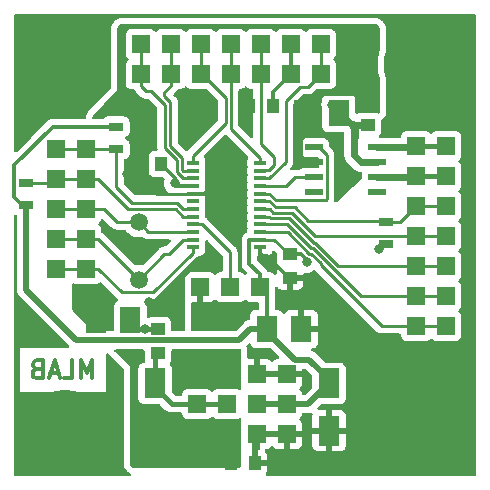
<source format=gbr>
%TF.GenerationSoftware,KiCad,Pcbnew,(5.99.0-10394-g2e15de97e0)*%
%TF.CreationDate,2021-05-18T08:40:14+02:00*%
%TF.ProjectId,BRIDGEADC01A,42524944-4745-4414-9443-3031412e6b69,REV*%
%TF.SameCoordinates,Original*%
%TF.FileFunction,Copper,L2,Bot*%
%TF.FilePolarity,Positive*%
%FSLAX46Y46*%
G04 Gerber Fmt 4.6, Leading zero omitted, Abs format (unit mm)*
G04 Created by KiCad (PCBNEW (5.99.0-10394-g2e15de97e0)) date 2021-05-18 08:40:14*
%MOMM*%
%LPD*%
G01*
G04 APERTURE LIST*
%ADD10C,0.300000*%
%TA.AperFunction,NonConductor*%
%ADD11C,0.300000*%
%TD*%
%TA.AperFunction,ComponentPad*%
%ADD12R,1.524000X1.524000*%
%TD*%
%TA.AperFunction,ComponentPad*%
%ADD13C,6.000000*%
%TD*%
%TA.AperFunction,ComponentPad*%
%ADD14C,1.501140*%
%TD*%
%TA.AperFunction,SMDPad,CuDef*%
%ADD15R,1.800000X2.230000*%
%TD*%
%TA.AperFunction,SMDPad,CuDef*%
%ADD16R,1.250000X1.000000*%
%TD*%
%TA.AperFunction,SMDPad,CuDef*%
%ADD17R,1.000000X1.250000*%
%TD*%
%TA.AperFunction,SMDPad,CuDef*%
%ADD18R,1.800860X2.499360*%
%TD*%
%TA.AperFunction,SMDPad,CuDef*%
%ADD19R,1.300000X0.700000*%
%TD*%
%TA.AperFunction,SMDPad,CuDef*%
%ADD20R,1.550000X0.600000*%
%TD*%
%TA.AperFunction,SMDPad,CuDef*%
%ADD21R,1.100000X0.400000*%
%TD*%
%TA.AperFunction,ViaPad*%
%ADD22C,0.800000*%
%TD*%
%TA.AperFunction,Conductor*%
%ADD23C,0.300000*%
%TD*%
%TA.AperFunction,Conductor*%
%ADD24C,0.500000*%
%TD*%
%TA.AperFunction,Conductor*%
%ADD25C,0.250000*%
%TD*%
%TA.AperFunction,Conductor*%
%ADD26C,0.600000*%
%TD*%
%TA.AperFunction,Conductor*%
%ADD27C,0.400000*%
%TD*%
G04 APERTURE END LIST*
D10*
D11*
X127404500Y-105961571D02*
X127404500Y-104461571D01*
X126904500Y-105533000D01*
X126404500Y-104461571D01*
X126404500Y-105961571D01*
X124975928Y-105961571D02*
X125690214Y-105961571D01*
X125690214Y-104461571D01*
X124547357Y-105533000D02*
X123833071Y-105533000D01*
X124690214Y-105961571D02*
X124190214Y-104461571D01*
X123690214Y-105961571D01*
X122690214Y-105175857D02*
X122475928Y-105247285D01*
X122404500Y-105318714D01*
X122333071Y-105461571D01*
X122333071Y-105675857D01*
X122404500Y-105818714D01*
X122475928Y-105890142D01*
X122618785Y-105961571D01*
X123190214Y-105961571D01*
X123190214Y-104461571D01*
X122690214Y-104461571D01*
X122547357Y-104533000D01*
X122475928Y-104604428D01*
X122404500Y-104747285D01*
X122404500Y-104890142D01*
X122475928Y-105033000D01*
X122547357Y-105104428D01*
X122690214Y-105175857D01*
X123190214Y-105175857D01*
D12*
%TO.P,J1,1*%
%TO.N,GND*%
X143876000Y-110682000D03*
%TO.P,J1,2*%
X141336000Y-110682000D03*
%TO.P,J1,3*%
%TO.N,VCC*%
X143876000Y-108142000D03*
%TO.P,J1,4*%
X141336000Y-108142000D03*
%TO.P,J1,5*%
%TO.N,GND*%
X143876000Y-105602000D03*
%TO.P,J1,6*%
X141336000Y-105602000D03*
%TD*%
%TO.P,J2,1*%
%TO.N,Net-(J2-Pad1)*%
X154798000Y-88838000D03*
%TO.P,J2,2*%
X157338000Y-88838000D03*
%TD*%
%TO.P,J3,1*%
%TO.N,Net-(J3-Pad1)*%
X154798000Y-86298000D03*
%TO.P,J3,2*%
X157338000Y-86298000D03*
%TD*%
%TO.P,J4,1*%
%TO.N,Net-(J4-Pad1)*%
X131493500Y-77662000D03*
%TO.P,J4,2*%
X131493500Y-80202000D03*
%TD*%
%TO.P,J5,1*%
%TO.N,Net-(J5-Pad1)*%
X134033500Y-77662000D03*
%TO.P,J5,2*%
X134033500Y-80202000D03*
%TD*%
%TO.P,J6,1*%
%TO.N,Net-(J6-Pad1)*%
X136573500Y-77662000D03*
%TO.P,J6,2*%
X136573500Y-80202000D03*
%TD*%
%TO.P,J7,1*%
%TO.N,Net-(J7-Pad1)*%
X139113500Y-80202000D03*
%TO.P,J7,2*%
X139113500Y-77662000D03*
%TD*%
%TO.P,J8,1*%
%TO.N,Net-(J8-Pad1)*%
X146748500Y-80200500D03*
%TO.P,J8,2*%
X146748500Y-77660500D03*
%TD*%
%TO.P,J9,1*%
%TO.N,Net-(J9-Pad1)*%
X141653500Y-80202000D03*
%TO.P,J9,2*%
X141653500Y-77662000D03*
%TD*%
%TO.P,J10,1*%
%TO.N,VCC*%
X141590000Y-98236000D03*
%TO.P,J10,2*%
%TO.N,Net-(J10-Pad2)*%
X139050000Y-98236000D03*
%TO.P,J10,3*%
%TO.N,GND*%
X136510000Y-98236000D03*
%TD*%
%TO.P,J11,1*%
%TO.N,Net-(J11-Pad1)*%
X124318000Y-86552000D03*
%TO.P,J11,2*%
X126858000Y-86552000D03*
%TD*%
%TO.P,J12,1*%
%TO.N,Net-(J12-Pad1)*%
X124318000Y-89092000D03*
%TO.P,J12,2*%
X126858000Y-89092000D03*
%TD*%
%TO.P,J13,1*%
%TO.N,Net-(J13-Pad1)*%
X154798000Y-96458000D03*
%TO.P,J13,2*%
X157338000Y-96458000D03*
%TD*%
%TO.P,J14,1*%
%TO.N,Net-(J14-Pad1)*%
X154798000Y-93918000D03*
%TO.P,J14,2*%
X157338000Y-93918000D03*
%TD*%
%TO.P,J15,1*%
%TO.N,Net-(J15-Pad1)*%
X124318000Y-96712000D03*
%TO.P,J15,2*%
X126858000Y-96712000D03*
%TD*%
%TO.P,J16,1*%
%TO.N,Net-(J16-Pad1)*%
X154798000Y-101538000D03*
%TO.P,J16,2*%
X157338000Y-101538000D03*
%TD*%
%TO.P,J17,1*%
%TO.N,Net-(J17-Pad1)*%
X154798000Y-98998000D03*
%TO.P,J17,2*%
X157338000Y-98998000D03*
%TD*%
%TO.P,J18,1*%
%TO.N,Net-(J18-Pad1)*%
X154798000Y-91378000D03*
%TO.P,J18,2*%
X157338000Y-91378000D03*
%TD*%
%TO.P,J19,1*%
%TO.N,GNDA*%
X136256000Y-105602000D03*
%TO.P,J19,2*%
X138796000Y-105602000D03*
%TO.P,J19,3*%
%TO.N,Net-(D2-Pad1)*%
X136256000Y-108142000D03*
%TO.P,J19,4*%
X138796000Y-108142000D03*
%TO.P,J19,5*%
%TO.N,GNDA*%
X136256000Y-110682000D03*
%TO.P,J19,6*%
X138796000Y-110682000D03*
%TD*%
%TO.P,J20,1*%
%TO.N,Net-(J20-Pad1)*%
X124318000Y-94172000D03*
%TO.P,J20,2*%
X126858000Y-94172000D03*
%TD*%
%TO.P,J21,1*%
%TO.N,Net-(J21-Pad1)*%
X124318000Y-91632000D03*
%TO.P,J21,2*%
X126858000Y-91632000D03*
%TD*%
D13*
%TO.P,M1,1*%
%TO.N,GND*%
X155560000Y-79440000D03*
%TD*%
%TO.P,M2,1*%
%TO.N,GND*%
X155560000Y-109920000D03*
%TD*%
%TO.P,M3,1*%
%TO.N,GND*%
X125080000Y-79440000D03*
%TD*%
%TO.P,M4,1*%
%TO.N,GND*%
X125080000Y-109920000D03*
%TD*%
D14*
%TO.P,Y1,1*%
%TO.N,Net-(J21-Pad1)*%
X131303000Y-92747060D03*
%TO.P,Y1,2*%
%TO.N,Net-(J20-Pad1)*%
X131303000Y-97628940D03*
%TD*%
D12*
%TO.P,J22,1*%
%TO.N,VAA*%
X144208500Y-77660500D03*
%TO.P,J22,2*%
X144208500Y-80200500D03*
%TD*%
%TO.P,J23,1*%
%TO.N,GNDA*%
X149288500Y-77660500D03*
%TO.P,J23,2*%
X149288500Y-80200500D03*
%TD*%
D15*
%TO.P,C1,1*%
%TO.N,VCC*%
X142162000Y-101792000D03*
%TO.P,C1,2*%
%TO.N,GND*%
X145082000Y-101792000D03*
%TD*%
D16*
%TO.P,C2,1*%
%TO.N,VCC*%
X144130000Y-95458000D03*
%TO.P,C2,2*%
%TO.N,GND*%
X144130000Y-97458000D03*
%TD*%
%TO.P,C3,1*%
%TO.N,VAA*%
X150734000Y-84504000D03*
%TO.P,C3,2*%
%TO.N,GNDA*%
X150734000Y-82504000D03*
%TD*%
D17*
%TO.P,C6,1*%
%TO.N,VAA*%
X133192000Y-87822000D03*
%TO.P,C6,2*%
%TO.N,GNDA*%
X131192000Y-87822000D03*
%TD*%
D18*
%TO.P,D1,1*%
%TO.N,VCC*%
X147432000Y-106397020D03*
%TO.P,D1,2*%
%TO.N,GND*%
X147432000Y-110394980D03*
%TD*%
%TO.P,D2,1*%
%TO.N,Net-(D2-Pad1)*%
X132700000Y-106397020D03*
%TO.P,D2,2*%
%TO.N,GNDA*%
X132700000Y-110394980D03*
%TD*%
D17*
%TO.P,L1,1*%
%TO.N,GNDA*%
X139144500Y-113157000D03*
%TO.P,L1,2*%
%TO.N,GND*%
X141144500Y-113157000D03*
%TD*%
D16*
%TO.P,L2,1*%
%TO.N,VAA*%
X132954000Y-101808000D03*
%TO.P,L2,2*%
%TO.N,Net-(D2-Pad1)*%
X132954000Y-103808000D03*
%TD*%
D19*
%TO.P,R1,1*%
%TO.N,VCC*%
X129398000Y-84652000D03*
%TO.P,R1,2*%
%TO.N,Net-(J11-Pad1)*%
X129398000Y-86552000D03*
%TD*%
%TO.P,R2,1*%
%TO.N,VCC*%
X121778000Y-91312000D03*
%TO.P,R2,2*%
%TO.N,Net-(J12-Pad1)*%
X121778000Y-89412000D03*
%TD*%
%TO.P,R3,1*%
%TO.N,VCC*%
X152258000Y-94614000D03*
%TO.P,R3,2*%
%TO.N,Net-(J18-Pad1)*%
X152258000Y-92714000D03*
%TD*%
D20*
%TO.P,U1,1*%
%TO.N,N/C*%
X146129000Y-90235000D03*
%TO.P,U1,2*%
%TO.N,Net-(U1-Pad2)*%
X146129000Y-88965000D03*
%TO.P,U1,3*%
%TO.N,GNDA*%
X146129000Y-87695000D03*
%TO.P,U1,4*%
%TO.N,Net-(U1-Pad4)*%
X146129000Y-86425000D03*
%TO.P,U1,5*%
%TO.N,Net-(J3-Pad1)*%
X151529000Y-86425000D03*
%TO.P,U1,6*%
%TO.N,VAA*%
X151529000Y-87695000D03*
%TO.P,U1,7*%
%TO.N,Net-(J2-Pad1)*%
X151529000Y-88965000D03*
%TO.P,U1,8*%
%TO.N,N/C*%
X151529000Y-90235000D03*
%TD*%
D21*
%TO.P,U2,1*%
%TO.N,Net-(J15-Pad1)*%
X135885001Y-94881534D03*
%TO.P,U2,2*%
%TO.N,Net-(J20-Pad1)*%
X135885001Y-94231534D03*
%TO.P,U2,3*%
%TO.N,Net-(J21-Pad1)*%
X135885001Y-93581534D03*
%TO.P,U2,4*%
%TO.N,Net-(J10-Pad2)*%
X135885001Y-92931534D03*
%TO.P,U2,5*%
%TO.N,Net-(J12-Pad1)*%
X135885001Y-92281534D03*
%TO.P,U2,6*%
%TO.N,Net-(J11-Pad1)*%
X135885001Y-91631534D03*
%TO.P,U2,7*%
%TO.N,N/C*%
X135885001Y-90981534D03*
%TO.P,U2,8*%
%TO.N,GNDA*%
X135885001Y-90331534D03*
%TO.P,U2,9*%
%TO.N,VAA*%
X135885001Y-89681534D03*
%TO.P,U2,10*%
%TO.N,Net-(J4-Pad1)*%
X135885001Y-89031534D03*
%TO.P,U2,11*%
%TO.N,Net-(J5-Pad1)*%
X135885001Y-88381534D03*
%TO.P,U2,12*%
%TO.N,Net-(J6-Pad1)*%
X135885001Y-87731534D03*
%TO.P,U2,13*%
%TO.N,Net-(J7-Pad1)*%
X141585001Y-87731534D03*
%TO.P,U2,14*%
%TO.N,Net-(J9-Pad1)*%
X141585001Y-88381534D03*
%TO.P,U2,15*%
%TO.N,Net-(J8-Pad1)*%
X141585001Y-89031534D03*
%TO.P,U2,16*%
%TO.N,Net-(U1-Pad2)*%
X141585001Y-89681534D03*
%TO.P,U2,17*%
%TO.N,Net-(U1-Pad4)*%
X141585001Y-90331534D03*
%TO.P,U2,18*%
%TO.N,Net-(J18-Pad1)*%
X141585001Y-90981534D03*
%TO.P,U2,19*%
%TO.N,Net-(J14-Pad1)*%
X141585001Y-91631534D03*
%TO.P,U2,20*%
%TO.N,Net-(J13-Pad1)*%
X141585001Y-92281534D03*
%TO.P,U2,21*%
%TO.N,Net-(J17-Pad1)*%
X141585001Y-92931534D03*
%TO.P,U2,22*%
%TO.N,Net-(J16-Pad1)*%
X141585001Y-93581534D03*
%TO.P,U2,23*%
%TO.N,VCC*%
X141585001Y-94231534D03*
%TO.P,U2,24*%
%TO.N,GND*%
X141585001Y-94881534D03*
%TD*%
D15*
%TO.P,C4,1*%
%TO.N,VAA*%
X148257000Y-83504000D03*
%TO.P,C4,2*%
%TO.N,GNDA*%
X145337000Y-83504000D03*
%TD*%
%TO.P,C5,1*%
%TO.N,VAA*%
X130604000Y-101030000D03*
%TO.P,C5,2*%
%TO.N,GNDA*%
X127684000Y-101030000D03*
%TD*%
D17*
%TO.P,C7,1*%
%TO.N,VAA*%
X142668500Y-82931000D03*
%TO.P,C7,2*%
%TO.N,GNDA*%
X140668500Y-82931000D03*
%TD*%
D22*
%TO.N,GND*%
X122047000Y-101282500D03*
%TO.N,VCC*%
X151623000Y-95061000D03*
X145542000Y-96139000D03*
%TO.N,VAA*%
X134351000Y-89472972D03*
X147701000Y-82804000D03*
X131886691Y-101808000D03*
X149542502Y-84582000D03*
%TO.N,GNDA*%
X140447000Y-82869000D03*
X132207000Y-99504500D03*
X130287000Y-88711000D03*
X137731500Y-95885000D03*
X138033998Y-89600000D03*
X128333500Y-98933000D03*
X127684000Y-101030000D03*
X130937000Y-94996000D03*
X132700000Y-110394980D03*
X138669000Y-86298000D03*
X132334000Y-89789000D03*
X139431000Y-93029000D03*
X130873500Y-104219500D03*
X135826500Y-82931000D03*
X150431500Y-82550000D03*
X145337000Y-83504000D03*
%TD*%
D23*
%TO.N,GND*%
X141585001Y-95381534D02*
X141822695Y-95619228D01*
X142166228Y-95619228D02*
X141822695Y-95619228D01*
D24*
X141144500Y-110873500D02*
X141336000Y-110682000D01*
D23*
X144005000Y-97458000D02*
X142166228Y-95619228D01*
X141585001Y-94881534D02*
X141585001Y-95381534D01*
D24*
X141144500Y-113157000D02*
X141144500Y-110873500D01*
D23*
X144130000Y-97458000D02*
X144005000Y-97458000D01*
D24*
%TO.N,VCC*%
X142162000Y-101792000D02*
X140762000Y-101792000D01*
X145687020Y-108142000D02*
X147432000Y-106397020D01*
X144544999Y-104389999D02*
X142162000Y-102007000D01*
D23*
X142162000Y-98808000D02*
X141590000Y-98236000D01*
X145055000Y-95458000D02*
X145542000Y-95945000D01*
X140735001Y-94231534D02*
X140685000Y-94281535D01*
D25*
X142385001Y-94231534D02*
X141585001Y-94231534D01*
D23*
X144130000Y-95458000D02*
X145055000Y-95458000D01*
D24*
X126046001Y-102758001D02*
X121778000Y-98490000D01*
X141336000Y-108142000D02*
X143876000Y-108142000D01*
X142162000Y-102007000D02*
X142162000Y-101792000D01*
D23*
X121478000Y-91312000D02*
X121778000Y-91312000D01*
D24*
X121778000Y-98490000D02*
X121778000Y-92162000D01*
D23*
X141590000Y-97174000D02*
X141590000Y-98236000D01*
D24*
X145774229Y-104389999D02*
X144544999Y-104389999D01*
D23*
X151623000Y-95061000D02*
X151811000Y-95061000D01*
D24*
X147432000Y-106397020D02*
X147432000Y-106047770D01*
X143876000Y-108142000D02*
X145687020Y-108142000D01*
D25*
X141590000Y-98236000D02*
X141590000Y-97224000D01*
D24*
X121778000Y-92162000D02*
X121778000Y-91312000D01*
D25*
X144005000Y-95458000D02*
X142778534Y-94231534D01*
D24*
X147432000Y-106047770D02*
X145774229Y-104389999D01*
D25*
X144130000Y-95458000D02*
X144005000Y-95458000D01*
D23*
X124063998Y-84652000D02*
X120777999Y-87937999D01*
X129398000Y-84652000D02*
X124063998Y-84652000D01*
X140685000Y-94281535D02*
X140685000Y-96269000D01*
X142162000Y-101792000D02*
X142162000Y-98808000D01*
X140685000Y-96269000D02*
X141590000Y-97174000D01*
D24*
X140762000Y-101792000D02*
X139795999Y-102758001D01*
D23*
X120777999Y-90611999D02*
X121478000Y-91312000D01*
X120777999Y-87937999D02*
X120777999Y-90611999D01*
X141585001Y-94231534D02*
X140735001Y-94231534D01*
X151811000Y-95061000D02*
X152258000Y-94614000D01*
X145542000Y-95945000D02*
X145542000Y-96139000D01*
D24*
X139795999Y-102758001D02*
X126046001Y-102758001D01*
D25*
X142778534Y-94231534D02*
X142385001Y-94231534D01*
D26*
%TO.N,VAA*%
X149591000Y-84757500D02*
X148672499Y-83838999D01*
D25*
X133192000Y-87947000D02*
X133192000Y-87822000D01*
D23*
X134351000Y-89472972D02*
X134351000Y-88981000D01*
D26*
X151529000Y-87695000D02*
X150154000Y-87695000D01*
X149542502Y-87083502D02*
X149542502Y-85147685D01*
X150154000Y-87695000D02*
X149542502Y-87083502D01*
X148257000Y-83719000D02*
X148354999Y-83621001D01*
D25*
X135885001Y-89681534D02*
X134926534Y-89681534D01*
D26*
X150734000Y-84504000D02*
X149337500Y-84504000D01*
D23*
X144208500Y-80200500D02*
X144208500Y-77660500D01*
D26*
X148354999Y-83521499D02*
X148354999Y-83457999D01*
X149542502Y-85147685D02*
X149542502Y-84582000D01*
D27*
X131382000Y-101808000D02*
X130604000Y-101030000D01*
D26*
X148672499Y-83838999D02*
X148354999Y-83521499D01*
D23*
X134351000Y-89472972D02*
X134559562Y-89681534D01*
D26*
X148100999Y-83203999D02*
X147701000Y-82804000D01*
D23*
X142668500Y-82931000D02*
X142668500Y-81740500D01*
X134559562Y-89681534D02*
X135885001Y-89681534D01*
D27*
X132954000Y-101808000D02*
X131886691Y-101808000D01*
X131886691Y-101808000D02*
X131382000Y-101808000D01*
D26*
X149591000Y-85536000D02*
X149591000Y-84757500D01*
X150609000Y-84504000D02*
X150734000Y-84504000D01*
X149337500Y-84504000D02*
X148672499Y-83838999D01*
X148354999Y-83457999D02*
X148100999Y-83203999D01*
D23*
X134351000Y-88981000D02*
X133192000Y-87822000D01*
D26*
X148354999Y-83621001D02*
X148354999Y-83521499D01*
D23*
X142668500Y-81740500D02*
X144208500Y-80200500D01*
D24*
%TO.N,GNDA*%
X138796000Y-110682000D02*
X138796000Y-112808500D01*
D26*
X145337000Y-83289000D02*
X146912502Y-81713498D01*
D24*
X137165815Y-95885000D02*
X137731500Y-95885000D01*
D26*
X145337000Y-83504000D02*
X145337000Y-83289000D01*
D23*
X139031001Y-92629001D02*
X139431000Y-93029000D01*
D24*
X127684000Y-99415000D02*
X128166000Y-98933000D01*
X132207000Y-99504500D02*
X132772685Y-99504500D01*
X130937000Y-94996000D02*
X130937000Y-95377000D01*
D26*
X144853999Y-87125001D02*
X145423998Y-87695000D01*
D24*
X130873500Y-108219230D02*
X130873500Y-104219500D01*
D26*
X131176000Y-89838000D02*
X131192000Y-89854000D01*
D24*
X136392185Y-95885000D02*
X137165815Y-95885000D01*
D25*
X135885001Y-90331534D02*
X132876534Y-90331534D01*
D24*
X127684000Y-101030000D02*
X127684000Y-99415000D01*
D26*
X150031501Y-82150001D02*
X150431500Y-82550000D01*
X145423998Y-87695000D02*
X146129000Y-87695000D01*
D24*
X128166000Y-98933000D02*
X128333500Y-98933000D01*
D26*
X150734000Y-82504000D02*
X150477500Y-82504000D01*
X131176000Y-87838000D02*
X131192000Y-87822000D01*
X150477500Y-82504000D02*
X150431500Y-82550000D01*
X145337000Y-85219000D02*
X144853999Y-85702001D01*
X149594998Y-81713498D02*
X150031501Y-82150001D01*
X146912502Y-81713498D02*
X149594998Y-81713498D01*
D23*
X137302464Y-90331534D02*
X137633999Y-89999999D01*
D26*
X144853999Y-85702001D02*
X144853999Y-87125001D01*
X131176000Y-88711000D02*
X131176000Y-87838000D01*
X131176000Y-88711000D02*
X131176000Y-89838000D01*
D23*
X135885001Y-90331534D02*
X137302464Y-90331534D01*
X138033998Y-86933002D02*
X138669000Y-86298000D01*
D24*
X132700000Y-110394980D02*
X132700000Y-110045730D01*
X132700000Y-110045730D02*
X130873500Y-108219230D01*
D25*
X132733999Y-90188999D02*
X132334000Y-89789000D01*
D24*
X138796000Y-112808500D02*
X139144500Y-113157000D01*
D26*
X130287000Y-88711000D02*
X131176000Y-88711000D01*
D23*
X138033998Y-89600000D02*
X138033998Y-86933002D01*
D24*
X132772685Y-99504500D02*
X136392185Y-95885000D01*
D23*
X138033998Y-91631998D02*
X139031001Y-92629001D01*
X137633999Y-89999999D02*
X138033998Y-89600000D01*
X138033998Y-89600000D02*
X138033998Y-91631998D01*
D26*
X145337000Y-83504000D02*
X145337000Y-85219000D01*
D25*
X132876534Y-90331534D02*
X132733999Y-90188999D01*
D27*
%TO.N,Net-(J2-Pad1)*%
X154798000Y-88838000D02*
X157338000Y-88838000D01*
D26*
X154671000Y-88965000D02*
X154798000Y-88838000D01*
X151529000Y-88965000D02*
X154671000Y-88965000D01*
D27*
%TO.N,Net-(J3-Pad1)*%
X154798000Y-86298000D02*
X157338000Y-86298000D01*
D26*
X151529000Y-86425000D02*
X154671000Y-86425000D01*
X154671000Y-86425000D02*
X154798000Y-86298000D01*
D25*
%TO.N,Net-(J4-Pad1)*%
X133540500Y-82804000D02*
X133540500Y-86460498D01*
X131493500Y-80202000D02*
X131493500Y-79190000D01*
X133540500Y-86460498D02*
X134559991Y-87479989D01*
X134559991Y-88506524D02*
X135085001Y-89031534D01*
X135085001Y-89031534D02*
X135885001Y-89031534D01*
X134559991Y-87479989D02*
X134559991Y-88506524D01*
X131493500Y-79190000D02*
X131493500Y-77662000D01*
X131493500Y-80202000D02*
X131493500Y-81214000D01*
X131940500Y-81661000D02*
X132397500Y-81661000D01*
X131493500Y-81214000D02*
X131940500Y-81661000D01*
X132397500Y-81661000D02*
X133540500Y-82804000D01*
%TO.N,Net-(J5-Pad1)*%
X134033500Y-81214000D02*
X133477000Y-81770500D01*
X133990510Y-86274098D02*
X135010000Y-87293588D01*
X134033500Y-79190000D02*
X134033500Y-77662000D01*
X134033500Y-80202000D02*
X134033500Y-81214000D01*
X135010000Y-87293588D02*
X135010000Y-88306533D01*
X135010000Y-88306533D02*
X135085001Y-88381534D01*
X133477000Y-82104090D02*
X133990510Y-82617600D01*
X133990510Y-82617600D02*
X133990510Y-86274098D01*
X134033500Y-80202000D02*
X134033500Y-79190000D01*
X135085001Y-88381534D02*
X135885001Y-88381534D01*
X133477000Y-81770500D02*
X133477000Y-82104090D01*
%TO.N,Net-(J6-Pad1)*%
X138669000Y-82217500D02*
X138669000Y-84393000D01*
X136573500Y-80202000D02*
X136573500Y-77662000D01*
X138669000Y-84393000D02*
X135885001Y-87176999D01*
X135885001Y-87176999D02*
X135885001Y-87731534D01*
X136827500Y-80456000D02*
X136573500Y-80202000D01*
X136573500Y-80202000D02*
X136573500Y-80249000D01*
X136653500Y-80202000D02*
X138669000Y-82217500D01*
X136573500Y-80202000D02*
X136653500Y-80202000D01*
%TO.N,Net-(J7-Pad1)*%
X141585001Y-87281534D02*
X141585001Y-87731534D01*
X139128500Y-81229000D02*
X139128500Y-84825033D01*
X139113500Y-79190000D02*
X139113500Y-77662000D01*
X139113500Y-80202000D02*
X139113500Y-81214000D01*
X139128500Y-84825033D02*
X141585001Y-87281534D01*
X139113500Y-81214000D02*
X139128500Y-81229000D01*
X139113500Y-80202000D02*
X139113500Y-79190000D01*
%TO.N,Net-(J8-Pad1)*%
X146748500Y-80200500D02*
X146748500Y-79188500D01*
X144953497Y-81287501D02*
X145661499Y-81287501D01*
X146748500Y-79188500D02*
X146748500Y-77660500D01*
X143764000Y-87652535D02*
X143764000Y-82476998D01*
X143764000Y-82476998D02*
X144953497Y-81287501D01*
X142385001Y-89031534D02*
X143764000Y-87652535D01*
X141585001Y-89031534D02*
X142385001Y-89031534D01*
X145661499Y-81287501D02*
X146748500Y-80200500D01*
%TO.N,Net-(J9-Pad1)*%
X141585001Y-88381534D02*
X141160011Y-88381534D01*
X141653500Y-80202000D02*
X141653500Y-86154500D01*
X142733000Y-87234000D02*
X142733000Y-87918537D01*
X141160011Y-88381534D02*
X141160011Y-88306544D01*
X141160011Y-88306544D02*
X142344993Y-88306544D01*
X141653500Y-77662000D02*
X141653500Y-78674000D01*
X141653500Y-86154500D02*
X142733000Y-87234000D01*
X142344993Y-88306544D02*
X142733000Y-87918537D01*
X141653500Y-78674000D02*
X141653500Y-80202000D01*
%TO.N,Net-(J10-Pad2)*%
X135885001Y-92931534D02*
X136685001Y-92931534D01*
X136685001Y-92931534D02*
X139050000Y-95296533D01*
X139050000Y-95296533D02*
X139050000Y-97224000D01*
X139050000Y-97224000D02*
X139050000Y-98236000D01*
%TO.N,Net-(J11-Pad1)*%
X129398000Y-87152000D02*
X129398000Y-86552000D01*
X129398000Y-89770002D02*
X129398000Y-87152000D01*
X134577467Y-91124000D02*
X130751998Y-91124000D01*
X128498000Y-86552000D02*
X126858000Y-86552000D01*
X130751998Y-91124000D02*
X129398000Y-89770002D01*
X126858000Y-86552000D02*
X124318000Y-86552000D01*
X135885001Y-91631534D02*
X135085001Y-91631534D01*
X135085001Y-91631534D02*
X134577467Y-91124000D01*
X129398000Y-86552000D02*
X128498000Y-86552000D01*
%TO.N,Net-(J12-Pad1)*%
X126858000Y-89092000D02*
X127870000Y-89092000D01*
X130449489Y-91671489D02*
X134474956Y-91671489D01*
X121778000Y-89412000D02*
X123998000Y-89412000D01*
X123998000Y-89412000D02*
X124318000Y-89092000D01*
X125330000Y-89092000D02*
X126858000Y-89092000D01*
X124318000Y-89092000D02*
X125330000Y-89092000D01*
X134474956Y-91671489D02*
X135085001Y-92281534D01*
X135085001Y-92281534D02*
X135885001Y-92281534D01*
X127870000Y-89092000D02*
X130449489Y-91671489D01*
%TO.N,Net-(J13-Pad1)*%
X141585001Y-92281534D02*
X142385001Y-92281534D01*
X148206824Y-96458000D02*
X153786000Y-96458000D01*
X146262801Y-94513977D02*
X148206824Y-96458000D01*
X153786000Y-96458000D02*
X154798000Y-96458000D01*
X144059846Y-92405022D02*
X146168801Y-94513977D01*
X154798000Y-96458000D02*
X155810000Y-96458000D01*
X142508489Y-92405022D02*
X144059846Y-92405022D01*
X155810000Y-96458000D02*
X157338000Y-96458000D01*
X142385001Y-92281534D02*
X142508489Y-92405022D01*
X146168801Y-94513977D02*
X146262801Y-94513977D01*
%TO.N,Net-(J14-Pad1)*%
X151880998Y-93918000D02*
X151909999Y-93888999D01*
X142398590Y-91631534D02*
X142722067Y-91955011D01*
X144269007Y-91955011D02*
X146231996Y-93918000D01*
X146231996Y-93918000D02*
X151880998Y-93918000D01*
X141585001Y-91631534D02*
X142398590Y-91631534D01*
X153786000Y-93918000D02*
X154798000Y-93918000D01*
X142722067Y-91955011D02*
X144269007Y-91955011D01*
X157338000Y-93918000D02*
X154798000Y-93918000D01*
X153756999Y-93888999D02*
X153786000Y-93918000D01*
X151909999Y-93888999D02*
X153756999Y-93888999D01*
%TO.N,Net-(J15-Pad1)*%
X129862511Y-98704511D02*
X132512024Y-98704511D01*
X135885001Y-95331534D02*
X135885001Y-94881534D01*
X126858000Y-96712000D02*
X127870000Y-96712000D01*
X127870000Y-96712000D02*
X129862511Y-98704511D01*
X132512024Y-98704511D02*
X135885001Y-95331534D01*
X126858000Y-96712000D02*
X124318000Y-96712000D01*
%TO.N,Net-(J16-Pad1)*%
X145751588Y-95413999D02*
X145890001Y-95413999D01*
X141585001Y-93581534D02*
X143919123Y-93581534D01*
X153786000Y-101538000D02*
X154798000Y-101538000D01*
X145890001Y-95413999D02*
X146711501Y-96235499D01*
X143919123Y-93581534D02*
X145751588Y-95413999D01*
X151875589Y-101538000D02*
X153786000Y-101538000D01*
X146711501Y-96235499D02*
X146711501Y-96373912D01*
X154798000Y-101538000D02*
X155810000Y-101538000D01*
X155810000Y-101538000D02*
X157338000Y-101538000D01*
X146711501Y-96373912D02*
X151875589Y-101538000D01*
%TO.N,Net-(J17-Pad1)*%
X142385001Y-92931534D02*
X141585001Y-92931534D01*
X157338000Y-98998000D02*
X154798000Y-98998000D01*
X154798000Y-98998000D02*
X150110413Y-98998000D01*
X143905534Y-92931534D02*
X142385001Y-92931534D01*
X150110413Y-98998000D02*
X146076401Y-94963988D01*
X146076401Y-94963988D02*
X145937988Y-94963988D01*
X145937988Y-94963988D02*
X143905534Y-92931534D01*
%TO.N,Net-(J18-Pad1)*%
X142385001Y-90981534D02*
X141585001Y-90981534D01*
X152512000Y-92648000D02*
X145654000Y-92648000D01*
X145654000Y-92648000D02*
X144511000Y-91505000D01*
X154798000Y-91378000D02*
X154798000Y-91391500D01*
X144511000Y-91505000D02*
X142908467Y-91505000D01*
X155810000Y-91378000D02*
X157338000Y-91378000D01*
X154798000Y-91378000D02*
X155810000Y-91378000D01*
X153475500Y-92714000D02*
X152258000Y-92714000D01*
X142908467Y-91505000D02*
X142385001Y-90981534D01*
X154798000Y-91391500D02*
X153475500Y-92714000D01*
%TO.N,Net-(J20-Pad1)*%
X125330000Y-94172000D02*
X126858000Y-94172000D01*
X135885001Y-94231534D02*
X135085001Y-94231534D01*
X133489940Y-95442000D02*
X131303000Y-97628940D01*
X124318000Y-94172000D02*
X125330000Y-94172000D01*
X131303000Y-97628940D02*
X127846060Y-94172000D01*
X133874535Y-95442000D02*
X133489940Y-95442000D01*
X135085001Y-94231534D02*
X133874535Y-95442000D01*
X127846060Y-94172000D02*
X126858000Y-94172000D01*
%TO.N,Net-(J21-Pad1)*%
X128382000Y-91632000D02*
X126858000Y-91632000D01*
X125846000Y-91632000D02*
X124318000Y-91632000D01*
X135885001Y-93581534D02*
X132137474Y-93581534D01*
X131303000Y-92747060D02*
X129497060Y-92747060D01*
X126858000Y-91632000D02*
X125846000Y-91632000D01*
X129497060Y-92747060D02*
X128382000Y-91632000D01*
X132137474Y-93581534D02*
X131303000Y-92747060D01*
%TO.N,Net-(U1-Pad2)*%
X144511000Y-88965000D02*
X146129000Y-88965000D01*
X143794466Y-89681534D02*
X144511000Y-88965000D01*
X143794466Y-89681534D02*
X141585001Y-89681534D01*
%TO.N,Net-(U1-Pad4)*%
X147229001Y-87050001D02*
X146604000Y-86425000D01*
X142913468Y-90860001D02*
X147164001Y-90860001D01*
X146604000Y-86425000D02*
X146129000Y-86425000D01*
X147229001Y-90795001D02*
X147229001Y-87050001D01*
X142385001Y-90331534D02*
X142913468Y-90860001D01*
X141585001Y-90331534D02*
X142385001Y-90331534D01*
X147164001Y-90860001D02*
X147229001Y-90795001D01*
D27*
%TO.N,Net-(D2-Pad1)*%
X138796000Y-108142000D02*
X136256000Y-108142000D01*
X134095730Y-108142000D02*
X132700000Y-106746270D01*
X136256000Y-108142000D02*
X134095730Y-108142000D01*
X132700000Y-104062000D02*
X132954000Y-103808000D01*
X132700000Y-106397020D02*
X132700000Y-104062000D01*
X132700000Y-106746270D02*
X132700000Y-106397020D01*
%TD*%
%TA.AperFunction,Conductor*%
%TO.N,GND*%
G36*
X159820121Y-75142002D02*
G01*
X159866614Y-75195658D01*
X159878000Y-75248000D01*
X159878000Y-114112000D01*
X159857998Y-114180121D01*
X159804342Y-114226614D01*
X159752000Y-114238000D01*
X142190478Y-114238000D01*
X142122357Y-114217998D01*
X142075864Y-114164342D01*
X142065760Y-114094068D01*
X142078340Y-114060389D01*
X142076063Y-114059349D01*
X142132977Y-113934725D01*
X142138002Y-113917612D01*
X142156861Y-113786446D01*
X142157500Y-113777505D01*
X142157500Y-113429115D01*
X142153025Y-113413876D01*
X142151635Y-113412671D01*
X142143952Y-113411000D01*
X141016500Y-113411000D01*
X140948379Y-113390998D01*
X140901886Y-113337342D01*
X140890500Y-113285000D01*
X140890500Y-112083000D01*
X140905314Y-112032548D01*
X141398500Y-112032548D01*
X141398500Y-112884885D01*
X141402975Y-112900124D01*
X141404365Y-112901329D01*
X141412048Y-112903000D01*
X142139385Y-112903000D01*
X142154624Y-112898525D01*
X142155829Y-112897135D01*
X142157500Y-112889452D01*
X142157500Y-112534257D01*
X142157339Y-112529750D01*
X142152760Y-112465731D01*
X142150374Y-112452509D01*
X142113681Y-112327542D01*
X142106267Y-112311308D01*
X142037074Y-112203640D01*
X142025387Y-112190153D01*
X142011621Y-112178224D01*
X141973238Y-112118498D01*
X141973238Y-112047501D01*
X142011622Y-111987775D01*
X142076203Y-111958282D01*
X142094134Y-111957000D01*
X142095743Y-111957000D01*
X142100250Y-111956839D01*
X142164269Y-111952260D01*
X142177491Y-111949874D01*
X142302458Y-111913181D01*
X142318692Y-111905767D01*
X142426360Y-111836574D01*
X142439847Y-111824888D01*
X142510677Y-111743145D01*
X142570403Y-111704761D01*
X142641400Y-111704761D01*
X142701126Y-111743144D01*
X142711900Y-111757537D01*
X142721426Y-111772360D01*
X142733112Y-111785847D01*
X142829840Y-111869662D01*
X142844848Y-111879307D01*
X142961275Y-111932477D01*
X142978388Y-111937502D01*
X143109554Y-111956361D01*
X143118495Y-111957000D01*
X143603885Y-111957000D01*
X143619124Y-111952525D01*
X143620329Y-111951135D01*
X143622000Y-111943452D01*
X143622000Y-110954115D01*
X143620659Y-110949548D01*
X144130000Y-110949548D01*
X144130000Y-111938885D01*
X144134475Y-111954124D01*
X144135865Y-111955329D01*
X144143548Y-111957000D01*
X144635743Y-111957000D01*
X144640250Y-111956839D01*
X144704269Y-111952260D01*
X144717491Y-111949874D01*
X144842458Y-111913181D01*
X144858692Y-111905767D01*
X144966360Y-111836574D01*
X144979847Y-111824888D01*
X145063662Y-111728160D01*
X145073307Y-111713152D01*
X145126477Y-111596725D01*
X145131502Y-111579612D01*
X145150361Y-111448446D01*
X145151000Y-111439505D01*
X145151000Y-110954115D01*
X145146525Y-110938876D01*
X145145135Y-110937671D01*
X145137452Y-110936000D01*
X144148115Y-110936000D01*
X144132876Y-110940475D01*
X144131671Y-110941865D01*
X144130000Y-110949548D01*
X143620659Y-110949548D01*
X143617525Y-110938876D01*
X143616135Y-110937671D01*
X143608452Y-110936000D01*
X141608115Y-110936000D01*
X141592876Y-110940475D01*
X141591671Y-110941865D01*
X141590000Y-110949548D01*
X141590000Y-111893000D01*
X141569998Y-111961121D01*
X141516342Y-112007614D01*
X141464000Y-112019000D01*
X141416615Y-112019000D01*
X141401376Y-112023475D01*
X141400171Y-112024865D01*
X141398500Y-112032548D01*
X140905314Y-112032548D01*
X140910502Y-112014879D01*
X140964158Y-111968386D01*
X141016500Y-111957000D01*
X141063885Y-111957000D01*
X141079124Y-111952525D01*
X141080329Y-111951135D01*
X141082000Y-111943452D01*
X141082000Y-110662528D01*
X146018570Y-110662528D01*
X146018570Y-111642403D01*
X146018731Y-111646910D01*
X146023310Y-111710929D01*
X146025696Y-111724151D01*
X146062389Y-111849118D01*
X146069803Y-111865352D01*
X146138996Y-111973020D01*
X146150682Y-111986507D01*
X146247410Y-112070322D01*
X146262418Y-112079967D01*
X146378845Y-112133137D01*
X146395958Y-112138162D01*
X146527124Y-112157021D01*
X146536065Y-112157660D01*
X147159885Y-112157660D01*
X147175124Y-112153185D01*
X147176329Y-112151795D01*
X147178000Y-112144112D01*
X147178000Y-110667095D01*
X147176659Y-110662528D01*
X147686000Y-110662528D01*
X147686000Y-112139545D01*
X147690475Y-112154784D01*
X147691865Y-112155989D01*
X147699548Y-112157660D01*
X148330173Y-112157660D01*
X148334680Y-112157499D01*
X148398699Y-112152920D01*
X148411921Y-112150534D01*
X148536888Y-112113841D01*
X148553122Y-112106427D01*
X148660790Y-112037234D01*
X148674277Y-112025548D01*
X148758092Y-111928820D01*
X148767737Y-111913812D01*
X148820907Y-111797385D01*
X148825932Y-111780272D01*
X148844791Y-111649106D01*
X148845430Y-111640163D01*
X148845430Y-110667095D01*
X148840955Y-110651856D01*
X148839565Y-110650651D01*
X148831882Y-110648980D01*
X147704115Y-110648980D01*
X147688876Y-110653455D01*
X147687671Y-110654845D01*
X147686000Y-110662528D01*
X147176659Y-110662528D01*
X147173525Y-110651856D01*
X147172135Y-110650651D01*
X147164452Y-110648980D01*
X146036685Y-110648980D01*
X146021446Y-110653455D01*
X146020241Y-110654845D01*
X146018570Y-110662528D01*
X141082000Y-110662528D01*
X141082000Y-110554000D01*
X141102002Y-110485879D01*
X141155658Y-110439386D01*
X141208000Y-110428000D01*
X145132885Y-110428000D01*
X145148124Y-110423525D01*
X145149329Y-110422135D01*
X145151000Y-110414452D01*
X145151000Y-109922257D01*
X145150839Y-109917750D01*
X145146260Y-109853731D01*
X145143874Y-109840509D01*
X145107181Y-109715542D01*
X145099767Y-109699308D01*
X145030574Y-109591640D01*
X145018888Y-109578154D01*
X144937534Y-109507661D01*
X144899150Y-109447935D01*
X144899150Y-109376939D01*
X144937533Y-109317212D01*
X144951925Y-109306438D01*
X144966691Y-109296949D01*
X144966694Y-109296947D01*
X144974271Y-109292077D01*
X145014048Y-109246172D01*
X145064082Y-109188431D01*
X145064084Y-109188428D01*
X145069984Y-109181619D01*
X145130700Y-109048670D01*
X145131982Y-109039756D01*
X145131984Y-109039748D01*
X145136467Y-109008567D01*
X145165960Y-108943987D01*
X145225687Y-108905604D01*
X145261184Y-108900500D01*
X145621033Y-108900500D01*
X145639983Y-108901933D01*
X145653140Y-108903935D01*
X145653144Y-108903935D01*
X145660374Y-108905035D01*
X145667666Y-108904442D01*
X145667669Y-108904442D01*
X145711030Y-108900915D01*
X145721244Y-108900500D01*
X145729906Y-108900500D01*
X145733540Y-108900076D01*
X145733544Y-108900076D01*
X145759503Y-108897049D01*
X145763882Y-108896616D01*
X145772667Y-108895901D01*
X145836625Y-108890700D01*
X145843588Y-108888444D01*
X145849476Y-108887268D01*
X145855392Y-108885870D01*
X145862663Y-108885022D01*
X145869542Y-108882525D01*
X145876671Y-108880840D01*
X145876997Y-108882220D01*
X145939860Y-108878277D01*
X146001872Y-108912848D01*
X146035349Y-108975456D01*
X146036716Y-109019089D01*
X146019209Y-109140852D01*
X146018570Y-109149795D01*
X146018570Y-110122865D01*
X146023045Y-110138104D01*
X146024435Y-110139309D01*
X146032118Y-110140980D01*
X147159885Y-110140980D01*
X147175124Y-110136505D01*
X147176329Y-110135115D01*
X147178000Y-110127432D01*
X147178000Y-108650415D01*
X147176659Y-108645848D01*
X147686000Y-108645848D01*
X147686000Y-110122865D01*
X147690475Y-110138104D01*
X147691865Y-110139309D01*
X147699548Y-110140980D01*
X148827315Y-110140980D01*
X148842554Y-110136505D01*
X148843759Y-110135115D01*
X148845430Y-110127432D01*
X148845430Y-109147557D01*
X148845269Y-109143050D01*
X148840690Y-109079031D01*
X148838304Y-109065809D01*
X148801611Y-108940842D01*
X148794197Y-108924608D01*
X148725004Y-108816940D01*
X148713318Y-108803453D01*
X148616590Y-108719638D01*
X148601582Y-108709993D01*
X148485155Y-108656823D01*
X148468042Y-108651798D01*
X148336876Y-108632939D01*
X148327935Y-108632300D01*
X147704115Y-108632300D01*
X147688876Y-108636775D01*
X147687671Y-108638165D01*
X147686000Y-108645848D01*
X147176659Y-108645848D01*
X147173525Y-108635176D01*
X147172135Y-108633971D01*
X147164452Y-108632300D01*
X146573591Y-108632300D01*
X146505470Y-108612298D01*
X146458977Y-108558642D01*
X146448873Y-108488368D01*
X146478367Y-108423788D01*
X146484496Y-108417205D01*
X146704596Y-108197105D01*
X146766908Y-108163079D01*
X146793691Y-108160200D01*
X148332430Y-108160200D01*
X148405509Y-108154973D01*
X148483595Y-108132045D01*
X148537100Y-108116335D01*
X148537102Y-108116334D01*
X148545746Y-108113796D01*
X148583902Y-108089274D01*
X148661121Y-108039649D01*
X148661124Y-108039647D01*
X148668701Y-108034777D01*
X148674602Y-108027967D01*
X148758512Y-107931131D01*
X148758514Y-107931128D01*
X148764414Y-107924319D01*
X148825130Y-107791370D01*
X148826412Y-107782454D01*
X148845291Y-107651148D01*
X148845292Y-107651141D01*
X148845930Y-107646700D01*
X148845930Y-105147340D01*
X148840703Y-105074261D01*
X148806174Y-104956665D01*
X148802065Y-104942670D01*
X148802064Y-104942668D01*
X148799526Y-104934024D01*
X148768931Y-104886418D01*
X148725379Y-104818649D01*
X148725377Y-104818646D01*
X148720507Y-104811069D01*
X148713697Y-104805168D01*
X148616861Y-104721258D01*
X148616858Y-104721256D01*
X148610049Y-104715356D01*
X148477100Y-104654640D01*
X148468185Y-104653358D01*
X148468184Y-104653358D01*
X148336878Y-104634479D01*
X148336871Y-104634478D01*
X148332430Y-104633840D01*
X147142941Y-104633840D01*
X147074820Y-104613838D01*
X147053846Y-104596935D01*
X146357232Y-103900321D01*
X146344844Y-103885907D01*
X146336958Y-103875191D01*
X146332618Y-103869293D01*
X146293879Y-103836381D01*
X146286362Y-103829451D01*
X146280245Y-103823334D01*
X146277372Y-103821061D01*
X146277363Y-103821053D01*
X146256886Y-103804853D01*
X146253482Y-103802062D01*
X146203435Y-103759544D01*
X146203433Y-103759543D01*
X146197853Y-103754802D01*
X146191335Y-103751474D01*
X146186310Y-103748122D01*
X146181165Y-103744945D01*
X146175427Y-103740405D01*
X146148218Y-103727688D01*
X146109324Y-103709510D01*
X146105374Y-103707579D01*
X146046884Y-103677713D01*
X146046882Y-103677712D01*
X146040364Y-103674384D01*
X146033257Y-103672645D01*
X146027606Y-103670543D01*
X146021857Y-103668630D01*
X146015227Y-103665532D01*
X146008064Y-103664042D01*
X146001114Y-103661730D01*
X146002155Y-103658602D01*
X145952454Y-103632098D01*
X145917815Y-103570125D01*
X145922180Y-103499262D01*
X145964163Y-103442009D01*
X146031675Y-103416447D01*
X146048270Y-103415260D01*
X146061491Y-103412874D01*
X146186458Y-103376181D01*
X146202692Y-103368767D01*
X146310360Y-103299574D01*
X146323847Y-103287888D01*
X146407662Y-103191160D01*
X146417307Y-103176152D01*
X146470477Y-103059725D01*
X146475502Y-103042612D01*
X146494361Y-102911446D01*
X146495000Y-102902505D01*
X146495000Y-102064115D01*
X146490525Y-102048876D01*
X146489135Y-102047671D01*
X146481452Y-102046000D01*
X144954000Y-102046000D01*
X144885879Y-102025998D01*
X144839386Y-101972342D01*
X144828000Y-101920000D01*
X144828000Y-100182115D01*
X144826659Y-100177548D01*
X145336000Y-100177548D01*
X145336000Y-101519885D01*
X145340475Y-101535124D01*
X145341865Y-101536329D01*
X145349548Y-101538000D01*
X146476885Y-101538000D01*
X146492124Y-101533525D01*
X146493329Y-101532135D01*
X146495000Y-101524452D01*
X146495000Y-100679257D01*
X146494839Y-100674750D01*
X146490260Y-100610731D01*
X146487874Y-100597509D01*
X146451181Y-100472542D01*
X146443767Y-100456308D01*
X146374574Y-100348640D01*
X146362888Y-100335153D01*
X146266160Y-100251338D01*
X146251152Y-100241693D01*
X146134725Y-100188523D01*
X146117612Y-100183498D01*
X145986446Y-100164639D01*
X145977505Y-100164000D01*
X145354115Y-100164000D01*
X145338876Y-100168475D01*
X145337671Y-100169865D01*
X145336000Y-100177548D01*
X144826659Y-100177548D01*
X144823525Y-100166876D01*
X144822135Y-100165671D01*
X144814452Y-100164000D01*
X144184257Y-100164000D01*
X144179750Y-100164161D01*
X144115731Y-100168740D01*
X144102509Y-100171126D01*
X143977542Y-100207819D01*
X143961308Y-100215233D01*
X143853640Y-100284426D01*
X143840153Y-100296112D01*
X143756338Y-100392840D01*
X143746692Y-100407850D01*
X143737252Y-100428522D01*
X143690760Y-100482178D01*
X143622639Y-100502181D01*
X143554518Y-100482180D01*
X143516640Y-100444302D01*
X143454949Y-100348309D01*
X143454947Y-100348306D01*
X143450077Y-100340729D01*
X143443008Y-100334604D01*
X143346431Y-100250918D01*
X143346428Y-100250916D01*
X143339619Y-100245016D01*
X143312561Y-100232659D01*
X143214864Y-100188042D01*
X143214863Y-100188042D01*
X143206670Y-100184300D01*
X143197755Y-100183018D01*
X143197754Y-100183018D01*
X143066448Y-100164139D01*
X143066441Y-100164138D01*
X143062000Y-100163500D01*
X142946500Y-100163500D01*
X142878379Y-100143498D01*
X142831886Y-100089842D01*
X142820500Y-100037500D01*
X142820500Y-99223069D01*
X142831887Y-99170726D01*
X142840957Y-99150866D01*
X142844700Y-99142670D01*
X142854993Y-99071079D01*
X142864861Y-99002448D01*
X142864862Y-99002441D01*
X142865500Y-98998000D01*
X142865500Y-98331251D01*
X142885502Y-98263130D01*
X142939158Y-98216637D01*
X143009432Y-98206533D01*
X143074012Y-98236027D01*
X143097498Y-98263131D01*
X143112426Y-98286360D01*
X143124112Y-98299847D01*
X143220840Y-98383662D01*
X143235848Y-98393307D01*
X143352275Y-98446477D01*
X143369388Y-98451502D01*
X143500554Y-98470361D01*
X143509495Y-98471000D01*
X143857885Y-98471000D01*
X143873124Y-98466525D01*
X143874329Y-98465135D01*
X143876000Y-98457452D01*
X143876000Y-97725548D01*
X144384000Y-97725548D01*
X144384000Y-98452885D01*
X144388475Y-98468124D01*
X144389865Y-98469329D01*
X144397548Y-98471000D01*
X144752743Y-98471000D01*
X144757250Y-98470839D01*
X144821269Y-98466260D01*
X144834491Y-98463874D01*
X144959458Y-98427181D01*
X144975692Y-98419767D01*
X145083360Y-98350574D01*
X145096847Y-98338888D01*
X145180662Y-98242160D01*
X145190307Y-98227152D01*
X145243477Y-98110725D01*
X145248502Y-98093612D01*
X145267361Y-97962446D01*
X145268000Y-97953505D01*
X145268000Y-97730115D01*
X145263525Y-97714876D01*
X145262135Y-97713671D01*
X145254452Y-97712000D01*
X144402115Y-97712000D01*
X144386876Y-97716475D01*
X144385671Y-97717865D01*
X144384000Y-97725548D01*
X143876000Y-97725548D01*
X143876000Y-97330000D01*
X143896002Y-97261879D01*
X143949658Y-97215386D01*
X144002000Y-97204000D01*
X145249885Y-97204000D01*
X145265124Y-97199525D01*
X145266329Y-97198135D01*
X145268000Y-97190452D01*
X145268000Y-97165148D01*
X145288002Y-97097027D01*
X145341658Y-97050534D01*
X145411932Y-97040430D01*
X145420183Y-97041899D01*
X145433041Y-97044632D01*
X145440057Y-97046124D01*
X145440060Y-97046124D01*
X145446513Y-97047496D01*
X145637487Y-97047496D01*
X145643939Y-97046124D01*
X145643944Y-97046124D01*
X145730887Y-97027643D01*
X145824287Y-97007790D01*
X145875380Y-96985042D01*
X145992720Y-96932799D01*
X145992722Y-96932798D01*
X145998750Y-96930114D01*
X146025758Y-96910492D01*
X146127756Y-96836386D01*
X146194624Y-96812527D01*
X146263776Y-96828608D01*
X146290912Y-96849227D01*
X151372198Y-101930513D01*
X151379558Y-101938601D01*
X151383616Y-101944995D01*
X151389393Y-101950420D01*
X151432467Y-101990869D01*
X151435309Y-101993624D01*
X151455623Y-102013938D01*
X151459034Y-102016583D01*
X151468054Y-102024287D01*
X151500288Y-102054557D01*
X151507232Y-102058374D01*
X151507234Y-102058376D01*
X151518042Y-102064318D01*
X151534566Y-102075172D01*
X151550566Y-102087583D01*
X151557837Y-102090730D01*
X151557838Y-102090730D01*
X151591140Y-102105141D01*
X151601796Y-102110362D01*
X151640541Y-102131662D01*
X151648224Y-102133634D01*
X151648225Y-102133635D01*
X151660157Y-102136699D01*
X151678861Y-102143103D01*
X151690174Y-102147999D01*
X151690181Y-102148001D01*
X151697453Y-102151148D01*
X151705277Y-102152387D01*
X151705280Y-102152388D01*
X151741124Y-102158065D01*
X151752745Y-102160472D01*
X151789807Y-102169987D01*
X151795564Y-102171465D01*
X151796120Y-102171500D01*
X151816041Y-102171500D01*
X151835751Y-102173051D01*
X151847703Y-102174944D01*
X151847704Y-102174944D01*
X151855533Y-102176184D01*
X151863425Y-102175438D01*
X151899171Y-102172059D01*
X151911029Y-102171500D01*
X153396500Y-102171500D01*
X153464621Y-102191502D01*
X153511114Y-102245158D01*
X153522068Y-102295516D01*
X153522420Y-102295503D01*
X153522490Y-102297452D01*
X153522500Y-102297500D01*
X153522500Y-102300000D01*
X153527727Y-102373079D01*
X153568904Y-102513316D01*
X153573775Y-102520895D01*
X153643051Y-102628691D01*
X153643053Y-102628694D01*
X153647923Y-102636271D01*
X153654733Y-102642172D01*
X153751569Y-102726082D01*
X153751572Y-102726084D01*
X153758381Y-102731984D01*
X153891330Y-102792700D01*
X153900245Y-102793982D01*
X153900246Y-102793982D01*
X154031552Y-102812861D01*
X154031559Y-102812862D01*
X154036000Y-102813500D01*
X155560000Y-102813500D01*
X155633079Y-102808273D01*
X155711165Y-102785345D01*
X155764670Y-102769635D01*
X155764672Y-102769634D01*
X155773316Y-102767096D01*
X155837135Y-102726082D01*
X155888691Y-102692949D01*
X155888694Y-102692947D01*
X155896271Y-102688077D01*
X155972620Y-102599967D01*
X156032345Y-102561584D01*
X156103341Y-102561584D01*
X156163068Y-102599968D01*
X156173840Y-102614358D01*
X156187923Y-102636271D01*
X156194733Y-102642172D01*
X156291569Y-102726082D01*
X156291572Y-102726084D01*
X156298381Y-102731984D01*
X156431330Y-102792700D01*
X156440245Y-102793982D01*
X156440246Y-102793982D01*
X156571552Y-102812861D01*
X156571559Y-102812862D01*
X156576000Y-102813500D01*
X158100000Y-102813500D01*
X158173079Y-102808273D01*
X158251165Y-102785345D01*
X158304670Y-102769635D01*
X158304672Y-102769634D01*
X158313316Y-102767096D01*
X158377135Y-102726082D01*
X158428691Y-102692949D01*
X158428694Y-102692947D01*
X158436271Y-102688077D01*
X158476048Y-102642172D01*
X158526082Y-102584431D01*
X158526084Y-102584428D01*
X158531984Y-102577619D01*
X158592700Y-102444670D01*
X158603962Y-102366340D01*
X158612861Y-102304448D01*
X158612862Y-102304441D01*
X158613500Y-102300000D01*
X158613500Y-100776000D01*
X158608273Y-100702921D01*
X158579204Y-100603921D01*
X158569635Y-100571330D01*
X158569634Y-100571328D01*
X158567096Y-100562684D01*
X158520335Y-100489923D01*
X158492949Y-100447309D01*
X158492947Y-100447306D01*
X158488077Y-100439729D01*
X158399967Y-100363380D01*
X158361584Y-100303655D01*
X158361584Y-100232659D01*
X158399968Y-100172932D01*
X158414359Y-100162159D01*
X158436271Y-100148077D01*
X158476048Y-100102172D01*
X158526082Y-100044431D01*
X158526084Y-100044428D01*
X158531984Y-100037619D01*
X158592700Y-99904670D01*
X158603962Y-99826340D01*
X158612861Y-99764448D01*
X158612862Y-99764441D01*
X158613500Y-99760000D01*
X158613500Y-98236000D01*
X158608273Y-98162921D01*
X158567096Y-98022684D01*
X158521393Y-97951569D01*
X158492949Y-97907309D01*
X158492947Y-97907306D01*
X158488077Y-97899729D01*
X158399967Y-97823380D01*
X158361584Y-97763655D01*
X158361584Y-97692659D01*
X158399968Y-97632932D01*
X158414359Y-97622159D01*
X158436271Y-97608077D01*
X158476048Y-97562172D01*
X158526082Y-97504431D01*
X158526084Y-97504428D01*
X158531984Y-97497619D01*
X158539830Y-97480438D01*
X158588958Y-97372864D01*
X158588958Y-97372863D01*
X158592700Y-97364670D01*
X158603962Y-97286340D01*
X158612861Y-97224448D01*
X158612862Y-97224441D01*
X158613500Y-97220000D01*
X158613500Y-95696000D01*
X158608273Y-95622921D01*
X158583156Y-95537381D01*
X158569635Y-95491330D01*
X158569634Y-95491328D01*
X158567096Y-95482684D01*
X158521393Y-95411569D01*
X158492949Y-95367309D01*
X158492947Y-95367306D01*
X158488077Y-95359729D01*
X158399967Y-95283380D01*
X158361584Y-95223655D01*
X158361584Y-95152659D01*
X158399968Y-95092932D01*
X158414359Y-95082159D01*
X158419788Y-95078670D01*
X158436271Y-95068077D01*
X158448092Y-95054435D01*
X158526082Y-94964431D01*
X158526084Y-94964428D01*
X158531984Y-94957619D01*
X158539307Y-94941584D01*
X158588958Y-94832864D01*
X158588958Y-94832863D01*
X158592700Y-94824670D01*
X158602993Y-94753079D01*
X158612861Y-94684448D01*
X158612862Y-94684441D01*
X158613500Y-94680000D01*
X158613500Y-93156000D01*
X158608273Y-93082921D01*
X158583156Y-92997381D01*
X158569635Y-92951330D01*
X158569634Y-92951328D01*
X158567096Y-92942684D01*
X158525771Y-92878381D01*
X158492949Y-92827309D01*
X158492947Y-92827306D01*
X158488077Y-92819729D01*
X158399967Y-92743380D01*
X158361584Y-92683655D01*
X158361584Y-92612659D01*
X158399968Y-92552932D01*
X158414359Y-92542159D01*
X158419788Y-92538670D01*
X158436271Y-92528077D01*
X158476048Y-92482172D01*
X158526082Y-92424431D01*
X158526084Y-92424428D01*
X158531984Y-92417619D01*
X158541743Y-92396250D01*
X158588958Y-92292864D01*
X158588958Y-92292863D01*
X158592700Y-92284670D01*
X158597369Y-92252194D01*
X158612861Y-92144448D01*
X158612862Y-92144441D01*
X158613500Y-92140000D01*
X158613500Y-90616000D01*
X158608273Y-90542921D01*
X158583156Y-90457381D01*
X158569635Y-90411330D01*
X158569634Y-90411328D01*
X158567096Y-90402684D01*
X158521393Y-90331569D01*
X158492949Y-90287309D01*
X158492947Y-90287306D01*
X158488077Y-90279729D01*
X158399967Y-90203380D01*
X158361584Y-90143655D01*
X158361584Y-90072659D01*
X158399968Y-90012932D01*
X158414359Y-90002159D01*
X158419788Y-89998670D01*
X158436271Y-89988077D01*
X158480307Y-89937257D01*
X158526082Y-89884431D01*
X158526084Y-89884428D01*
X158531984Y-89877619D01*
X158592700Y-89744670D01*
X158605250Y-89657381D01*
X158612861Y-89604448D01*
X158612862Y-89604441D01*
X158613500Y-89600000D01*
X158613500Y-88076000D01*
X158608273Y-88002921D01*
X158583156Y-87917381D01*
X158569635Y-87871330D01*
X158569634Y-87871328D01*
X158567096Y-87862684D01*
X158521393Y-87791569D01*
X158492949Y-87747309D01*
X158492947Y-87747306D01*
X158488077Y-87739729D01*
X158399967Y-87663380D01*
X158361584Y-87603655D01*
X158361584Y-87532659D01*
X158399968Y-87472932D01*
X158414359Y-87462159D01*
X158419788Y-87458670D01*
X158436271Y-87448077D01*
X158480307Y-87397257D01*
X158526082Y-87344431D01*
X158526084Y-87344428D01*
X158531984Y-87337619D01*
X158541743Y-87316250D01*
X158588958Y-87212864D01*
X158588958Y-87212863D01*
X158592700Y-87204670D01*
X158602993Y-87133079D01*
X158612861Y-87064448D01*
X158612862Y-87064441D01*
X158613500Y-87060000D01*
X158613500Y-85536000D01*
X158608273Y-85462921D01*
X158567096Y-85322684D01*
X158521393Y-85251569D01*
X158492949Y-85207309D01*
X158492947Y-85207306D01*
X158488077Y-85199729D01*
X158481267Y-85193828D01*
X158384431Y-85109918D01*
X158384428Y-85109916D01*
X158377619Y-85104016D01*
X158244670Y-85043300D01*
X158235755Y-85042018D01*
X158235754Y-85042018D01*
X158104448Y-85023139D01*
X158104441Y-85023138D01*
X158100000Y-85022500D01*
X156576000Y-85022500D01*
X156502921Y-85027727D01*
X156449884Y-85043300D01*
X156371330Y-85066365D01*
X156371328Y-85066366D01*
X156362684Y-85068904D01*
X156355105Y-85073775D01*
X156247309Y-85143051D01*
X156247306Y-85143053D01*
X156239729Y-85147923D01*
X156233828Y-85154733D01*
X156218221Y-85172745D01*
X156188271Y-85207309D01*
X156163381Y-85236033D01*
X156103655Y-85274416D01*
X156032659Y-85274416D01*
X155972932Y-85236032D01*
X155962159Y-85221641D01*
X155952948Y-85207309D01*
X155948077Y-85199729D01*
X155941267Y-85193828D01*
X155844431Y-85109918D01*
X155844428Y-85109916D01*
X155837619Y-85104016D01*
X155704670Y-85043300D01*
X155695755Y-85042018D01*
X155695754Y-85042018D01*
X155564448Y-85023139D01*
X155564441Y-85023138D01*
X155560000Y-85022500D01*
X154036000Y-85022500D01*
X153962921Y-85027727D01*
X153909884Y-85043300D01*
X153831330Y-85066365D01*
X153831328Y-85066366D01*
X153822684Y-85068904D01*
X153815105Y-85073775D01*
X153707309Y-85143051D01*
X153707306Y-85143053D01*
X153699729Y-85147923D01*
X153693828Y-85154733D01*
X153609918Y-85251569D01*
X153609916Y-85251572D01*
X153604016Y-85258381D01*
X153600272Y-85266579D01*
X153590293Y-85288431D01*
X153543300Y-85391330D01*
X153542018Y-85400245D01*
X153542018Y-85400246D01*
X153526464Y-85508431D01*
X153496971Y-85573012D01*
X153437245Y-85611396D01*
X153401746Y-85616500D01*
X152347791Y-85616500D01*
X152329859Y-85615217D01*
X152308459Y-85612140D01*
X152308444Y-85612139D01*
X152304000Y-85611500D01*
X151777904Y-85611500D01*
X151709783Y-85591498D01*
X151663290Y-85537842D01*
X151653186Y-85467568D01*
X151682680Y-85402988D01*
X151690568Y-85395100D01*
X151695271Y-85392077D01*
X151701173Y-85385266D01*
X151785082Y-85288431D01*
X151785084Y-85288428D01*
X151790984Y-85281619D01*
X151797853Y-85266579D01*
X151847958Y-85156864D01*
X151847958Y-85156863D01*
X151851700Y-85148670D01*
X151858120Y-85104016D01*
X151871861Y-85008448D01*
X151871862Y-85008441D01*
X151872500Y-85004000D01*
X151872500Y-84099291D01*
X151892502Y-84031170D01*
X151930379Y-83993293D01*
X152020118Y-83935621D01*
X152024010Y-83933120D01*
X152077666Y-83886627D01*
X152172355Y-83777351D01*
X152232421Y-83645825D01*
X152252423Y-83577704D01*
X152254577Y-83562724D01*
X152272361Y-83439033D01*
X152272362Y-83439026D01*
X152273000Y-83434585D01*
X152273000Y-80731133D01*
X152267647Y-80657578D01*
X152262364Y-80621476D01*
X152246418Y-80549477D01*
X152201472Y-80399187D01*
X152201472Y-80399186D01*
X152165867Y-80280132D01*
X152162878Y-80267964D01*
X152149109Y-80196797D01*
X152149109Y-80196796D01*
X152099206Y-79938866D01*
X152097441Y-79926461D01*
X152066771Y-79592679D01*
X152066246Y-79580161D01*
X152068463Y-79297819D01*
X152068463Y-79297817D01*
X152068878Y-79244991D01*
X152069599Y-79232483D01*
X152075247Y-79180063D01*
X152105509Y-78899211D01*
X152107469Y-78886835D01*
X152167360Y-78601398D01*
X152167360Y-78601396D01*
X152176302Y-78558779D01*
X152179482Y-78546659D01*
X152242762Y-78346569D01*
X152242762Y-78346568D01*
X152243490Y-78344267D01*
X152261188Y-78268586D01*
X152267053Y-78230592D01*
X152269780Y-78195058D01*
X152272816Y-78155496D01*
X152272816Y-78155484D01*
X152273000Y-78153092D01*
X152273000Y-76461405D01*
X152271913Y-76428197D01*
X152270836Y-76411757D01*
X152267580Y-76378683D01*
X152253797Y-76273950D01*
X152240845Y-76208807D01*
X152232339Y-76177048D01*
X152210997Y-76114148D01*
X152173773Y-76024239D01*
X152167717Y-76011951D01*
X152145313Y-75966499D01*
X152145312Y-75966497D01*
X152144406Y-75964659D01*
X152127973Y-75936182D01*
X152126824Y-75934461D01*
X152092225Y-75882651D01*
X152092214Y-75882636D01*
X152091087Y-75880948D01*
X152080096Y-75866615D01*
X152033127Y-75805370D01*
X152031872Y-75803733D01*
X151988088Y-75753778D01*
X151964846Y-75730521D01*
X151914924Y-75686709D01*
X151837744Y-75627440D01*
X151814418Y-75611840D01*
X151784255Y-75591667D01*
X151784242Y-75591659D01*
X151782539Y-75590520D01*
X151780757Y-75589490D01*
X151755871Y-75575107D01*
X151755867Y-75575105D01*
X151754073Y-75574068D01*
X151694510Y-75544660D01*
X151692607Y-75543871D01*
X151692599Y-75543867D01*
X151606534Y-75508168D01*
X151604627Y-75507377D01*
X151541738Y-75485992D01*
X151509984Y-75477465D01*
X151507973Y-75477064D01*
X151507961Y-75477061D01*
X151467678Y-75469025D01*
X151444851Y-75464471D01*
X151442816Y-75464202D01*
X151442805Y-75464200D01*
X151341182Y-75450758D01*
X151341157Y-75450755D01*
X151340128Y-75450619D01*
X151339068Y-75450514D01*
X151339060Y-75450513D01*
X151308111Y-75447445D01*
X151307062Y-75447341D01*
X151306037Y-75447273D01*
X151306023Y-75447272D01*
X151299636Y-75446850D01*
X151290623Y-75446253D01*
X151285796Y-75446092D01*
X151258442Y-75445178D01*
X151258416Y-75445178D01*
X151257411Y-75445144D01*
X151256394Y-75445143D01*
X151256375Y-75445143D01*
X140696120Y-75438155D01*
X129984626Y-75431066D01*
X129983642Y-75431098D01*
X129983617Y-75431098D01*
X129952373Y-75432102D01*
X129952367Y-75432102D01*
X129951349Y-75432135D01*
X129950337Y-75432201D01*
X129950332Y-75432201D01*
X129935906Y-75433138D01*
X129935877Y-75433140D01*
X129934898Y-75433204D01*
X129901820Y-75436443D01*
X129867840Y-75440897D01*
X129799032Y-75449915D01*
X129799022Y-75449917D01*
X129796967Y-75450186D01*
X129731757Y-75463120D01*
X129699962Y-75471622D01*
X129636983Y-75492969D01*
X129546972Y-75530209D01*
X129487322Y-75559597D01*
X129485545Y-75560622D01*
X129485536Y-75560627D01*
X129471655Y-75568636D01*
X129458812Y-75576045D01*
X129457122Y-75577174D01*
X129457110Y-75577181D01*
X129435418Y-75591667D01*
X129403515Y-75612971D01*
X129401898Y-75614211D01*
X129401894Y-75614214D01*
X129327847Y-75671004D01*
X129327835Y-75671014D01*
X129326218Y-75672254D01*
X129324677Y-75673605D01*
X129324672Y-75673609D01*
X129277771Y-75714723D01*
X129277759Y-75714735D01*
X129276225Y-75716079D01*
X129274780Y-75717524D01*
X129274772Y-75717531D01*
X129254416Y-75737880D01*
X129254409Y-75737888D01*
X129252949Y-75739347D01*
X129209098Y-75789336D01*
X129149790Y-75866615D01*
X129148638Y-75868340D01*
X129148633Y-75868346D01*
X129140212Y-75880948D01*
X129112844Y-75921905D01*
X129096389Y-75950407D01*
X129095486Y-75952237D01*
X129095484Y-75952242D01*
X129088454Y-75966499D01*
X129066985Y-76010040D01*
X129029716Y-76100039D01*
X129029055Y-76101986D01*
X129029052Y-76101995D01*
X129024267Y-76116100D01*
X129008352Y-76163004D01*
X128999839Y-76194797D01*
X128986881Y-76260016D01*
X128973106Y-76364858D01*
X128969855Y-76397952D01*
X128968781Y-76414409D01*
X128967703Y-76447663D01*
X128967703Y-76448700D01*
X128967771Y-76647666D01*
X128968569Y-79005072D01*
X128969349Y-81310829D01*
X128949370Y-81378957D01*
X128935657Y-81396635D01*
X127040876Y-83435957D01*
X126954669Y-83562724D01*
X126922258Y-83630556D01*
X126877793Y-83777273D01*
X126877793Y-83867500D01*
X126857791Y-83935621D01*
X126804135Y-83982114D01*
X126751793Y-83993500D01*
X124143578Y-83993500D01*
X124133514Y-83993026D01*
X124126439Y-83991444D01*
X124078812Y-83992941D01*
X124063000Y-83993438D01*
X124059042Y-83993500D01*
X124024419Y-83993500D01*
X124018190Y-83994287D01*
X124006364Y-83995218D01*
X123960204Y-83996669D01*
X123952586Y-83998882D01*
X123952587Y-83998882D01*
X123939620Y-84002649D01*
X123920262Y-84006658D01*
X123916561Y-84007125D01*
X123906858Y-84008351D01*
X123906856Y-84008351D01*
X123898992Y-84009345D01*
X123856049Y-84026348D01*
X123844828Y-84030189D01*
X123808103Y-84040858D01*
X123808101Y-84040859D01*
X123800490Y-84043070D01*
X123793673Y-84047102D01*
X123793665Y-84047105D01*
X123782040Y-84053981D01*
X123764283Y-84062680D01*
X123758502Y-84064969D01*
X123751723Y-84067653D01*
X123751721Y-84067654D01*
X123744354Y-84070571D01*
X123706990Y-84097718D01*
X123697082Y-84104225D01*
X123657334Y-84127732D01*
X123654563Y-84130175D01*
X123640977Y-84143761D01*
X123625950Y-84156596D01*
X123609801Y-84168329D01*
X123604747Y-84174438D01*
X123604745Y-84174440D01*
X123581931Y-84202017D01*
X123573941Y-84210797D01*
X122172599Y-85612140D01*
X120977095Y-86807644D01*
X120914783Y-86841669D01*
X120843968Y-86836605D01*
X120787132Y-86794058D01*
X120762321Y-86727538D01*
X120762000Y-86718549D01*
X120762000Y-75248000D01*
X120782002Y-75179879D01*
X120835658Y-75133386D01*
X120888000Y-75122000D01*
X159752000Y-75122000D01*
X159820121Y-75142002D01*
G37*
%TD.AperFunction*%
%TA.AperFunction,Conductor*%
G36*
X120940346Y-92135070D02*
G01*
X120945846Y-92137582D01*
X120999500Y-92184077D01*
X121019500Y-92252194D01*
X121019500Y-98424013D01*
X121018067Y-98442963D01*
X121016558Y-98452885D01*
X121014965Y-98463354D01*
X121015558Y-98470646D01*
X121015558Y-98470649D01*
X121019085Y-98514010D01*
X121019500Y-98524224D01*
X121019500Y-98532886D01*
X121019924Y-98536520D01*
X121019924Y-98536524D01*
X121022951Y-98562483D01*
X121023384Y-98566862D01*
X121029300Y-98639605D01*
X121031556Y-98646568D01*
X121032732Y-98652456D01*
X121034130Y-98658373D01*
X121034978Y-98665643D01*
X121059887Y-98734267D01*
X121061304Y-98738395D01*
X121081542Y-98800868D01*
X121081544Y-98800873D01*
X121083798Y-98807830D01*
X121087593Y-98814084D01*
X121090101Y-98819562D01*
X121092815Y-98824981D01*
X121095313Y-98831864D01*
X121099326Y-98837984D01*
X121099326Y-98837985D01*
X121135335Y-98892907D01*
X121137682Y-98896627D01*
X121172622Y-98954208D01*
X121172625Y-98954212D01*
X121175534Y-98959006D01*
X121179249Y-98963212D01*
X121183751Y-98968310D01*
X121185972Y-98970894D01*
X121188255Y-98973624D01*
X121192269Y-98979747D01*
X121197584Y-98984782D01*
X121244132Y-99028877D01*
X121246574Y-99031255D01*
X125417724Y-103202405D01*
X125451750Y-103264717D01*
X125446685Y-103335532D01*
X125404138Y-103392368D01*
X125337618Y-103417179D01*
X125328629Y-103417500D01*
X121239357Y-103417500D01*
X121239357Y-107148500D01*
X128569643Y-107148500D01*
X128569643Y-103966173D01*
X128589645Y-103898052D01*
X128643301Y-103851559D01*
X128713575Y-103841455D01*
X128778155Y-103870949D01*
X128809557Y-103912326D01*
X128811300Y-103916013D01*
X128812925Y-103920201D01*
X128847766Y-103982060D01*
X128850507Y-103985622D01*
X128850511Y-103985629D01*
X128933191Y-104093100D01*
X128933195Y-104093105D01*
X128935935Y-104096666D01*
X128939150Y-104099797D01*
X128939154Y-104099802D01*
X129669389Y-104811069D01*
X129975057Y-105108797D01*
X130009916Y-105142751D01*
X130044757Y-105204610D01*
X130048000Y-105233011D01*
X130048000Y-113093242D01*
X130049088Y-113126469D01*
X130050166Y-113142915D01*
X130053424Y-113175996D01*
X130067218Y-113280771D01*
X130080181Y-113345939D01*
X130088694Y-113377711D01*
X130110054Y-113440638D01*
X130147308Y-113530577D01*
X130176702Y-113590181D01*
X130193149Y-113618667D01*
X130230063Y-113673911D01*
X130289326Y-113751144D01*
X130333139Y-113801103D01*
X130356397Y-113824361D01*
X130406356Y-113868174D01*
X130407993Y-113869430D01*
X130481932Y-113926166D01*
X130481941Y-113926173D01*
X130483589Y-113927437D01*
X130538833Y-113964351D01*
X130540619Y-113965382D01*
X130565531Y-113979766D01*
X130565539Y-113979770D01*
X130567319Y-113980798D01*
X130569158Y-113981705D01*
X130569190Y-113981722D01*
X130604216Y-113998995D01*
X130656465Y-114047063D01*
X130674431Y-114115749D01*
X130652411Y-114183245D01*
X130597396Y-114228120D01*
X130548487Y-114238000D01*
X120888000Y-114238000D01*
X120819879Y-114217998D01*
X120773386Y-114164342D01*
X120762000Y-114112000D01*
X120762000Y-92249682D01*
X120782002Y-92181561D01*
X120835658Y-92135068D01*
X120905932Y-92124964D01*
X120940346Y-92135070D01*
G37*
%TD.AperFunction*%
%TA.AperFunction,Conductor*%
G36*
X140712377Y-103018470D02*
G01*
X140769213Y-103061017D01*
X140789240Y-103101026D01*
X140794904Y-103120316D01*
X140799775Y-103127895D01*
X140869051Y-103235691D01*
X140869053Y-103235694D01*
X140873923Y-103243271D01*
X140880733Y-103249172D01*
X140977569Y-103333082D01*
X140977572Y-103333084D01*
X140984381Y-103338984D01*
X140992579Y-103342728D01*
X141103093Y-103393198D01*
X141117330Y-103399700D01*
X141126245Y-103400982D01*
X141126246Y-103400982D01*
X141257552Y-103419861D01*
X141257559Y-103419862D01*
X141262000Y-103420500D01*
X142450629Y-103420500D01*
X142518750Y-103440502D01*
X142539724Y-103457405D01*
X143194530Y-104112211D01*
X143228556Y-104174523D01*
X143223491Y-104245338D01*
X143180944Y-104302174D01*
X143113915Y-104325808D01*
X143114000Y-104327000D01*
X143047731Y-104331740D01*
X143034509Y-104334126D01*
X142909542Y-104370819D01*
X142893308Y-104378233D01*
X142785640Y-104447426D01*
X142772153Y-104459112D01*
X142701323Y-104540855D01*
X142641597Y-104579239D01*
X142570600Y-104579239D01*
X142510874Y-104540856D01*
X142500100Y-104526463D01*
X142490574Y-104511640D01*
X142478888Y-104498153D01*
X142382160Y-104414338D01*
X142367152Y-104404693D01*
X142250725Y-104351523D01*
X142233612Y-104346498D01*
X142102446Y-104327639D01*
X142093505Y-104327000D01*
X141608115Y-104327000D01*
X141592876Y-104331475D01*
X141591671Y-104332865D01*
X141590000Y-104340548D01*
X141590000Y-105329885D01*
X141594475Y-105345124D01*
X141595865Y-105346329D01*
X141603548Y-105348000D01*
X145132885Y-105348000D01*
X145148124Y-105343525D01*
X145149329Y-105342135D01*
X145151000Y-105334452D01*
X145151000Y-105274499D01*
X145171002Y-105206378D01*
X145224658Y-105159885D01*
X145277000Y-105148499D01*
X145407858Y-105148499D01*
X145475979Y-105168501D01*
X145496953Y-105185404D01*
X145981165Y-105669616D01*
X146015191Y-105731928D01*
X146018070Y-105758711D01*
X146018070Y-106686079D01*
X145998068Y-106754200D01*
X145981165Y-106775174D01*
X145409744Y-107346595D01*
X145347432Y-107380621D01*
X145320649Y-107383500D01*
X145263081Y-107383500D01*
X145194960Y-107363498D01*
X145148467Y-107309842D01*
X145142185Y-107292998D01*
X145107635Y-107175330D01*
X145107634Y-107175328D01*
X145105096Y-107166684D01*
X145063771Y-107102381D01*
X145030949Y-107051309D01*
X145030947Y-107051306D01*
X145026077Y-107043729D01*
X145019267Y-107037828D01*
X144937578Y-106967043D01*
X144899195Y-106907316D01*
X144899195Y-106836320D01*
X144937579Y-106776594D01*
X144951971Y-106765821D01*
X144966360Y-106756574D01*
X144979847Y-106744888D01*
X145063662Y-106648160D01*
X145073307Y-106633152D01*
X145126477Y-106516725D01*
X145131502Y-106499612D01*
X145150361Y-106368446D01*
X145151000Y-106359505D01*
X145151000Y-105874115D01*
X145146525Y-105858876D01*
X145145135Y-105857671D01*
X145137452Y-105856000D01*
X141208000Y-105856000D01*
X141139879Y-105835998D01*
X141093386Y-105782342D01*
X141082000Y-105730000D01*
X141082000Y-104345115D01*
X141077525Y-104329876D01*
X141076135Y-104328671D01*
X141068452Y-104327000D01*
X140651500Y-104327000D01*
X140583379Y-104306998D01*
X140536886Y-104253342D01*
X140525500Y-104201000D01*
X140525500Y-103637517D01*
X140509103Y-103509493D01*
X140506439Y-103499262D01*
X140494111Y-103451923D01*
X140494109Y-103451916D01*
X140493098Y-103448035D01*
X140490677Y-103442009D01*
X140450775Y-103342728D01*
X140444968Y-103328278D01*
X140439795Y-103321506D01*
X140438471Y-103319178D01*
X140422176Y-103250077D01*
X140445826Y-103183136D01*
X140458897Y-103167784D01*
X140579250Y-103047431D01*
X140641562Y-103013405D01*
X140712377Y-103018470D01*
G37*
%TD.AperFunction*%
%TA.AperFunction,Conductor*%
G36*
X136706121Y-98002002D02*
G01*
X136752614Y-98055658D01*
X136764000Y-98108000D01*
X136764000Y-99492885D01*
X136768475Y-99508124D01*
X136769865Y-99509329D01*
X136777548Y-99511000D01*
X137269743Y-99511000D01*
X137274250Y-99510839D01*
X137338269Y-99506260D01*
X137351491Y-99503874D01*
X137476458Y-99467181D01*
X137492692Y-99459767D01*
X137600360Y-99390574D01*
X137613846Y-99378888D01*
X137684339Y-99297534D01*
X137744065Y-99259150D01*
X137815061Y-99259150D01*
X137874788Y-99297533D01*
X137885562Y-99311925D01*
X137895051Y-99326691D01*
X137895053Y-99326694D01*
X137899923Y-99334271D01*
X137906733Y-99340172D01*
X138003569Y-99424082D01*
X138003572Y-99424084D01*
X138010381Y-99429984D01*
X138143330Y-99490700D01*
X138152245Y-99491982D01*
X138152246Y-99491982D01*
X138283552Y-99510861D01*
X138283559Y-99510862D01*
X138288000Y-99511500D01*
X139812000Y-99511500D01*
X139885079Y-99506273D01*
X139963165Y-99483345D01*
X140016670Y-99467635D01*
X140016672Y-99467634D01*
X140025316Y-99465096D01*
X140124273Y-99401500D01*
X140140691Y-99390949D01*
X140140694Y-99390947D01*
X140148271Y-99386077D01*
X140224620Y-99297967D01*
X140284345Y-99259584D01*
X140355341Y-99259584D01*
X140415068Y-99297968D01*
X140425840Y-99312358D01*
X140439923Y-99334271D01*
X140446733Y-99340172D01*
X140543569Y-99424082D01*
X140543572Y-99424084D01*
X140550381Y-99429984D01*
X140683330Y-99490700D01*
X140692245Y-99491982D01*
X140692246Y-99491982D01*
X140823552Y-99510861D01*
X140823559Y-99510862D01*
X140828000Y-99511500D01*
X141377500Y-99511500D01*
X141445621Y-99531502D01*
X141492114Y-99585158D01*
X141503500Y-99637500D01*
X141503500Y-100037500D01*
X141483498Y-100105621D01*
X141429842Y-100152114D01*
X141377500Y-100163500D01*
X141262000Y-100163500D01*
X141188921Y-100168727D01*
X141135884Y-100184300D01*
X141057330Y-100207365D01*
X141057328Y-100207366D01*
X141048684Y-100209904D01*
X141041105Y-100214775D01*
X140933309Y-100284051D01*
X140933306Y-100284053D01*
X140925729Y-100288923D01*
X140919828Y-100295733D01*
X140835918Y-100392569D01*
X140835916Y-100392572D01*
X140830016Y-100399381D01*
X140826272Y-100407579D01*
X140775537Y-100518674D01*
X140769300Y-100532330D01*
X140768018Y-100541245D01*
X140768018Y-100541246D01*
X140749139Y-100672552D01*
X140749138Y-100672559D01*
X140748500Y-100677000D01*
X140748500Y-100916062D01*
X140728498Y-100984183D01*
X140674842Y-101030676D01*
X140632716Y-101041647D01*
X140619693Y-101042706D01*
X140619690Y-101042707D01*
X140612395Y-101043300D01*
X140605434Y-101045555D01*
X140599539Y-101046733D01*
X140593626Y-101048131D01*
X140586357Y-101048978D01*
X140517733Y-101073887D01*
X140513605Y-101075304D01*
X140451132Y-101095542D01*
X140451127Y-101095544D01*
X140444170Y-101097798D01*
X140437916Y-101101593D01*
X140432438Y-101104101D01*
X140427019Y-101106815D01*
X140420136Y-101109313D01*
X140359077Y-101149345D01*
X140355388Y-101151672D01*
X140331170Y-101166368D01*
X140297792Y-101186622D01*
X140297788Y-101186625D01*
X140292994Y-101189534D01*
X140288788Y-101193249D01*
X140283690Y-101197751D01*
X140281106Y-101199972D01*
X140278376Y-101202255D01*
X140272253Y-101206269D01*
X140267218Y-101211584D01*
X140223123Y-101258132D01*
X140220745Y-101260574D01*
X139518723Y-101962596D01*
X139456411Y-101996622D01*
X139429628Y-101999501D01*
X135889000Y-101999501D01*
X135820879Y-101979499D01*
X135774386Y-101925843D01*
X135763000Y-101873501D01*
X135763000Y-99637000D01*
X135783002Y-99568879D01*
X135836658Y-99522386D01*
X135889000Y-99511000D01*
X136237885Y-99511000D01*
X136253124Y-99506525D01*
X136254329Y-99505135D01*
X136256000Y-99497452D01*
X136256000Y-98108000D01*
X136276002Y-98039879D01*
X136329658Y-97993386D01*
X136382000Y-97982000D01*
X136638000Y-97982000D01*
X136706121Y-98002002D01*
G37*
%TD.AperFunction*%
%TA.AperFunction,Conductor*%
G36*
X141727122Y-94965036D02*
G01*
X141773615Y-95018692D01*
X141785001Y-95071034D01*
X141785001Y-95576419D01*
X141789476Y-95591658D01*
X141790866Y-95592863D01*
X141798549Y-95594534D01*
X142132744Y-95594534D01*
X142137251Y-95594373D01*
X142201270Y-95589794D01*
X142214492Y-95587408D01*
X142339459Y-95550715D01*
X142355693Y-95543301D01*
X142463361Y-95474108D01*
X142476848Y-95462422D01*
X142560663Y-95365694D01*
X142570308Y-95350686D01*
X142627221Y-95226063D01*
X142628756Y-95226764D01*
X142661476Y-95175854D01*
X142726057Y-95146362D01*
X142796331Y-95156468D01*
X142833081Y-95181985D01*
X142954595Y-95303499D01*
X142988621Y-95365811D01*
X142991500Y-95392594D01*
X142991500Y-95958000D01*
X142996727Y-96031079D01*
X143037904Y-96171316D01*
X143042775Y-96178895D01*
X143112051Y-96286691D01*
X143112053Y-96286694D01*
X143116923Y-96294271D01*
X143123734Y-96300173D01*
X143123736Y-96300175D01*
X143194820Y-96361770D01*
X143233204Y-96421496D01*
X143233204Y-96492492D01*
X143194820Y-96552218D01*
X143180426Y-96562993D01*
X143176641Y-96565426D01*
X143163153Y-96577112D01*
X143079338Y-96673840D01*
X143069693Y-96688848D01*
X143016523Y-96805275D01*
X143011498Y-96822388D01*
X142992639Y-96953554D01*
X142992000Y-96962495D01*
X142992000Y-97100612D01*
X142971998Y-97168733D01*
X142918342Y-97215226D01*
X142848068Y-97225330D01*
X142783488Y-97195836D01*
X142760002Y-97168733D01*
X142740077Y-97137729D01*
X142687097Y-97091821D01*
X142636431Y-97047918D01*
X142636428Y-97047916D01*
X142629619Y-97042016D01*
X142554675Y-97007790D01*
X142504864Y-96985042D01*
X142504863Y-96985042D01*
X142496670Y-96981300D01*
X142487755Y-96980018D01*
X142487754Y-96980018D01*
X142356448Y-96961139D01*
X142356441Y-96961138D01*
X142352000Y-96960500D01*
X142300374Y-96960500D01*
X142232253Y-96940498D01*
X142191923Y-96898644D01*
X142188017Y-96892040D01*
X142179318Y-96874282D01*
X142174347Y-96861725D01*
X142174346Y-96861723D01*
X142171429Y-96854356D01*
X142144282Y-96816992D01*
X142137775Y-96807084D01*
X142117295Y-96772454D01*
X142117294Y-96772452D01*
X142114268Y-96767336D01*
X142111825Y-96764565D01*
X142098239Y-96750979D01*
X142085404Y-96735952D01*
X142073671Y-96719803D01*
X142067562Y-96714749D01*
X142067560Y-96714747D01*
X142039989Y-96691938D01*
X142031209Y-96683949D01*
X141380405Y-96033146D01*
X141346380Y-95970833D01*
X141343500Y-95944050D01*
X141343500Y-95681631D01*
X141363502Y-95613510D01*
X141374275Y-95599119D01*
X141383330Y-95588669D01*
X141385001Y-95580986D01*
X141385001Y-95071034D01*
X141405003Y-95002913D01*
X141458659Y-94956420D01*
X141511001Y-94945034D01*
X141659001Y-94945034D01*
X141727122Y-94965036D01*
G37*
%TD.AperFunction*%
%TD*%
%TA.AperFunction,Conductor*%
%TO.N,GNDA*%
G36*
X131757621Y-103536503D02*
G01*
X131804114Y-103590159D01*
X131815500Y-103642501D01*
X131815500Y-104308000D01*
X131820727Y-104381079D01*
X131839130Y-104443754D01*
X131848932Y-104477137D01*
X131848932Y-104548134D01*
X131810548Y-104607860D01*
X131745967Y-104637353D01*
X131737023Y-104638314D01*
X131726491Y-104639067D01*
X131673454Y-104654640D01*
X131594900Y-104677705D01*
X131594898Y-104677706D01*
X131586254Y-104680244D01*
X131578675Y-104685115D01*
X131470879Y-104754391D01*
X131470876Y-104754393D01*
X131463299Y-104759263D01*
X131457398Y-104766073D01*
X131373488Y-104862909D01*
X131373486Y-104862912D01*
X131367586Y-104869721D01*
X131306870Y-105002670D01*
X131305588Y-105011585D01*
X131305588Y-105011586D01*
X131286709Y-105142892D01*
X131286708Y-105142899D01*
X131286070Y-105147340D01*
X131286070Y-107646700D01*
X131291297Y-107719779D01*
X131332474Y-107860016D01*
X131337345Y-107867595D01*
X131406621Y-107975391D01*
X131406623Y-107975394D01*
X131411493Y-107982971D01*
X131418303Y-107988872D01*
X131515139Y-108072782D01*
X131515142Y-108072784D01*
X131521951Y-108078684D01*
X131654900Y-108139400D01*
X131663815Y-108140682D01*
X131663816Y-108140682D01*
X131795122Y-108159561D01*
X131795129Y-108159562D01*
X131799570Y-108160200D01*
X133059770Y-108160200D01*
X133127891Y-108180202D01*
X133148865Y-108197105D01*
X133576389Y-108624629D01*
X133582242Y-108630894D01*
X133618305Y-108672234D01*
X133670578Y-108708972D01*
X133675873Y-108712905D01*
X133704468Y-108735326D01*
X133726118Y-108752302D01*
X133733042Y-108755428D01*
X133735355Y-108756829D01*
X133749971Y-108765166D01*
X133752348Y-108766441D01*
X133758565Y-108770810D01*
X133765644Y-108773570D01*
X133765646Y-108773571D01*
X133791013Y-108783461D01*
X133818078Y-108794013D01*
X133824153Y-108796566D01*
X133875441Y-108819724D01*
X133875443Y-108819725D01*
X133882365Y-108822850D01*
X133889835Y-108824234D01*
X133892400Y-108825038D01*
X133908632Y-108829662D01*
X133911213Y-108830325D01*
X133918290Y-108833084D01*
X133981626Y-108841422D01*
X133988118Y-108842450D01*
X134050929Y-108854092D01*
X134058509Y-108853655D01*
X134058510Y-108853655D01*
X134090420Y-108851815D01*
X134109599Y-108850709D01*
X134116850Y-108850500D01*
X134859364Y-108850500D01*
X134927485Y-108870502D01*
X134973978Y-108924158D01*
X134985043Y-108967515D01*
X134985727Y-108977079D01*
X135026904Y-109117316D01*
X135031775Y-109124895D01*
X135101051Y-109232691D01*
X135101053Y-109232694D01*
X135105923Y-109240271D01*
X135112733Y-109246172D01*
X135209569Y-109330082D01*
X135209572Y-109330084D01*
X135216381Y-109335984D01*
X135349330Y-109396700D01*
X135358245Y-109397982D01*
X135358246Y-109397982D01*
X135489552Y-109416861D01*
X135489559Y-109416862D01*
X135494000Y-109417500D01*
X137018000Y-109417500D01*
X137091079Y-109412273D01*
X137169165Y-109389345D01*
X137222670Y-109373635D01*
X137222672Y-109373634D01*
X137231316Y-109371096D01*
X137295135Y-109330082D01*
X137346691Y-109296949D01*
X137346694Y-109296947D01*
X137354271Y-109292077D01*
X137430620Y-109203967D01*
X137490345Y-109165584D01*
X137561341Y-109165584D01*
X137621068Y-109203968D01*
X137631840Y-109218358D01*
X137645923Y-109240271D01*
X137652733Y-109246172D01*
X137749569Y-109330082D01*
X137749572Y-109330084D01*
X137756381Y-109335984D01*
X137889330Y-109396700D01*
X137898245Y-109397982D01*
X137898246Y-109397982D01*
X138029552Y-109416861D01*
X138029559Y-109416862D01*
X138034000Y-109417500D01*
X139558000Y-109417500D01*
X139631079Y-109412273D01*
X139709165Y-109389345D01*
X139762670Y-109373635D01*
X139762672Y-109373634D01*
X139771316Y-109371096D01*
X139823379Y-109337637D01*
X139891500Y-109317635D01*
X139959621Y-109337637D01*
X140006114Y-109391292D01*
X140017500Y-109443635D01*
X140017500Y-113093242D01*
X140016422Y-113109688D01*
X140002628Y-113214463D01*
X139994115Y-113246235D01*
X139956861Y-113336174D01*
X139940414Y-113364660D01*
X139881151Y-113441893D01*
X139857893Y-113465151D01*
X139780660Y-113524414D01*
X139752174Y-113540861D01*
X139662235Y-113578115D01*
X139630463Y-113586628D01*
X139525688Y-113600422D01*
X139509242Y-113601500D01*
X131064258Y-113601500D01*
X131047812Y-113600422D01*
X130943037Y-113586628D01*
X130911265Y-113578115D01*
X130821326Y-113540861D01*
X130792840Y-113524414D01*
X130715607Y-113465151D01*
X130692349Y-113441893D01*
X130633086Y-113364660D01*
X130616639Y-113336174D01*
X130579385Y-113246235D01*
X130570872Y-113214463D01*
X130557078Y-113109688D01*
X130556000Y-113093242D01*
X130556000Y-104965500D01*
X129290388Y-103732761D01*
X129255547Y-103670902D01*
X129259679Y-103600026D01*
X129301474Y-103542635D01*
X129367663Y-103516951D01*
X129378304Y-103516501D01*
X131689500Y-103516501D01*
X131757621Y-103536503D01*
G37*
%TD.AperFunction*%
%TA.AperFunction,Conductor*%
G36*
X139950807Y-103526347D02*
G01*
X140001495Y-103576059D01*
X140017500Y-103637517D01*
X140017500Y-106835676D01*
X139997498Y-106903797D01*
X139943842Y-106950290D01*
X139873568Y-106960394D01*
X139836312Y-106946499D01*
X139835619Y-106948016D01*
X139710864Y-106891042D01*
X139710863Y-106891042D01*
X139702670Y-106887300D01*
X139693755Y-106886018D01*
X139693754Y-106886018D01*
X139562448Y-106867139D01*
X139562441Y-106867138D01*
X139558000Y-106866500D01*
X138034000Y-106866500D01*
X137960921Y-106871727D01*
X137907884Y-106887300D01*
X137829330Y-106910365D01*
X137829328Y-106910366D01*
X137820684Y-106912904D01*
X137813105Y-106917775D01*
X137705309Y-106987051D01*
X137705306Y-106987053D01*
X137697729Y-106991923D01*
X137646271Y-107051309D01*
X137621381Y-107080033D01*
X137561655Y-107118416D01*
X137490659Y-107118416D01*
X137430932Y-107080032D01*
X137420159Y-107065641D01*
X137410948Y-107051309D01*
X137406077Y-107043729D01*
X137399267Y-107037828D01*
X137302431Y-106953918D01*
X137302428Y-106953916D01*
X137295619Y-106948016D01*
X137162670Y-106887300D01*
X137153755Y-106886018D01*
X137153754Y-106886018D01*
X137022448Y-106867139D01*
X137022441Y-106867138D01*
X137018000Y-106866500D01*
X135494000Y-106866500D01*
X135420921Y-106871727D01*
X135367884Y-106887300D01*
X135289330Y-106910365D01*
X135289328Y-106910366D01*
X135280684Y-106912904D01*
X135273105Y-106917775D01*
X135165309Y-106987051D01*
X135165306Y-106987053D01*
X135157729Y-106991923D01*
X135151828Y-106998733D01*
X135067918Y-107095569D01*
X135067916Y-107095572D01*
X135062016Y-107102381D01*
X135001300Y-107235330D01*
X135000018Y-107244245D01*
X135000018Y-107244246D01*
X134988346Y-107325431D01*
X134958853Y-107390012D01*
X134899127Y-107428396D01*
X134863628Y-107433500D01*
X134441391Y-107433500D01*
X134373270Y-107413498D01*
X134352296Y-107396595D01*
X134150835Y-107195134D01*
X134116809Y-107132822D01*
X134113930Y-107106039D01*
X134113930Y-105147340D01*
X134108703Y-105074261D01*
X134067526Y-104934024D01*
X134007100Y-104840000D01*
X133993379Y-104818649D01*
X133993377Y-104818646D01*
X133988507Y-104811069D01*
X133981698Y-104805169D01*
X133975796Y-104798358D01*
X133977712Y-104796698D01*
X133946606Y-104748289D01*
X133946610Y-104677292D01*
X133972280Y-104630285D01*
X133975401Y-104626684D01*
X134010984Y-104585619D01*
X134014728Y-104577421D01*
X134067958Y-104460864D01*
X134067958Y-104460863D01*
X134071700Y-104452670D01*
X134082962Y-104374340D01*
X134091861Y-104312448D01*
X134091862Y-104312441D01*
X134092500Y-104308000D01*
X134092500Y-103642501D01*
X134112502Y-103574380D01*
X134166158Y-103527887D01*
X134218500Y-103516501D01*
X139730012Y-103516501D01*
X139748962Y-103517934D01*
X139762119Y-103519936D01*
X139762123Y-103519936D01*
X139769353Y-103521036D01*
X139776645Y-103520443D01*
X139776648Y-103520443D01*
X139820009Y-103516916D01*
X139830223Y-103516501D01*
X139838885Y-103516501D01*
X139842519Y-103516077D01*
X139842523Y-103516077D01*
X139868482Y-103513050D01*
X139872826Y-103512620D01*
X139881291Y-103511931D01*
X139950807Y-103526347D01*
G37*
%TD.AperFunction*%
%TA.AperFunction,Conductor*%
G36*
X137157013Y-94299904D02*
G01*
X137163596Y-94306033D01*
X138379595Y-95522032D01*
X138413621Y-95584344D01*
X138416500Y-95611127D01*
X138416500Y-96834500D01*
X138396498Y-96902621D01*
X138342842Y-96949114D01*
X138292484Y-96960068D01*
X138292497Y-96960420D01*
X138290548Y-96960490D01*
X138290500Y-96960500D01*
X138288000Y-96960500D01*
X138214921Y-96965727D01*
X138161884Y-96981300D01*
X138083330Y-97004365D01*
X138083328Y-97004366D01*
X138074684Y-97006904D01*
X138067105Y-97011775D01*
X137959309Y-97081051D01*
X137959306Y-97081053D01*
X137951729Y-97085923D01*
X137900271Y-97145309D01*
X137875381Y-97174033D01*
X137815655Y-97212416D01*
X137744659Y-97212416D01*
X137684932Y-97174032D01*
X137674159Y-97159641D01*
X137664948Y-97145309D01*
X137660077Y-97137729D01*
X137609391Y-97093809D01*
X137556431Y-97047918D01*
X137556428Y-97047916D01*
X137549619Y-97042016D01*
X137416670Y-96981300D01*
X137407755Y-96980018D01*
X137407754Y-96980018D01*
X137276448Y-96961139D01*
X137276441Y-96961138D01*
X137272000Y-96960500D01*
X135748000Y-96960500D01*
X135674921Y-96965727D01*
X135621884Y-96981300D01*
X135543330Y-97004365D01*
X135543328Y-97004366D01*
X135534684Y-97006904D01*
X135527105Y-97011775D01*
X135419309Y-97081051D01*
X135419306Y-97081053D01*
X135411729Y-97085923D01*
X135405828Y-97092733D01*
X135321918Y-97189569D01*
X135321916Y-97189572D01*
X135316016Y-97196381D01*
X135312272Y-97204579D01*
X135305914Y-97218500D01*
X135255000Y-97218500D01*
X135255000Y-97331417D01*
X135254018Y-97338245D01*
X135254018Y-97338246D01*
X135235139Y-97469552D01*
X135235138Y-97469559D01*
X135234500Y-97474000D01*
X135234500Y-98998000D01*
X135239727Y-99071079D01*
X135247346Y-99097024D01*
X135249896Y-99105710D01*
X135255000Y-99141209D01*
X135255000Y-101906490D01*
X135251770Y-101927203D01*
X135204642Y-101980302D01*
X135137787Y-101999501D01*
X134218500Y-101999501D01*
X134150379Y-101979499D01*
X134103886Y-101925843D01*
X134092500Y-101873501D01*
X134092500Y-101308000D01*
X134087273Y-101234921D01*
X134056761Y-101131005D01*
X134048635Y-101103330D01*
X134048634Y-101103328D01*
X134046096Y-101094684D01*
X134005958Y-101032229D01*
X133971949Y-100979309D01*
X133971947Y-100979306D01*
X133967077Y-100971729D01*
X133960267Y-100965828D01*
X133863431Y-100881918D01*
X133863428Y-100881916D01*
X133856619Y-100876016D01*
X133723670Y-100815300D01*
X133714755Y-100814018D01*
X133714754Y-100814018D01*
X133583448Y-100795139D01*
X133583441Y-100795138D01*
X133579000Y-100794500D01*
X132329000Y-100794500D01*
X132255921Y-100799727D01*
X132249439Y-100801630D01*
X132249435Y-100801631D01*
X132178997Y-100822313D01*
X132108001Y-100822313D01*
X132048275Y-100783929D01*
X132018782Y-100719348D01*
X132017500Y-100701417D01*
X132017500Y-99915000D01*
X132012273Y-99841921D01*
X131971096Y-99701684D01*
X131916313Y-99616440D01*
X131896949Y-99586309D01*
X131896947Y-99586306D01*
X131892077Y-99578729D01*
X131869580Y-99559235D01*
X131831197Y-99499509D01*
X131831197Y-99428512D01*
X131869581Y-99368786D01*
X131934162Y-99339293D01*
X131952093Y-99338011D01*
X132433640Y-99338011D01*
X132444544Y-99338525D01*
X132451935Y-99340177D01*
X132459861Y-99339928D01*
X132459862Y-99339928D01*
X132518890Y-99338073D01*
X132522847Y-99338011D01*
X132551602Y-99338011D01*
X132555869Y-99337472D01*
X132567711Y-99336539D01*
X132599359Y-99335544D01*
X132603984Y-99335399D01*
X132611907Y-99335150D01*
X132631358Y-99329499D01*
X132650719Y-99325489D01*
X132653444Y-99325145D01*
X132662954Y-99323944D01*
X132662957Y-99323943D01*
X132670812Y-99322951D01*
X132678177Y-99320035D01*
X132678181Y-99320034D01*
X132711925Y-99306674D01*
X132723154Y-99302829D01*
X132765602Y-99290497D01*
X132772430Y-99286459D01*
X132783035Y-99280188D01*
X132800786Y-99271492D01*
X132812250Y-99266953D01*
X132812253Y-99266951D01*
X132819624Y-99264033D01*
X132855392Y-99238046D01*
X132865315Y-99231527D01*
X132867633Y-99230156D01*
X132903365Y-99209025D01*
X132903783Y-99208656D01*
X132917866Y-99194573D01*
X132932891Y-99181739D01*
X132949107Y-99169957D01*
X132977054Y-99136175D01*
X132985043Y-99127396D01*
X136277514Y-95834925D01*
X136285602Y-95827565D01*
X136291996Y-95823507D01*
X136337871Y-95774655D01*
X136340625Y-95771814D01*
X136360939Y-95751500D01*
X136363584Y-95748089D01*
X136371290Y-95739067D01*
X136396134Y-95712611D01*
X136401558Y-95706835D01*
X136405377Y-95699889D01*
X136411319Y-95689081D01*
X136422173Y-95672557D01*
X136429728Y-95662817D01*
X136434584Y-95656557D01*
X136437731Y-95649285D01*
X136440226Y-95645066D01*
X136492118Y-95596613D01*
X136513179Y-95588310D01*
X136603045Y-95561923D01*
X136639671Y-95551169D01*
X136639673Y-95551168D01*
X136648317Y-95548630D01*
X136703383Y-95513241D01*
X136763692Y-95474483D01*
X136763695Y-95474481D01*
X136771272Y-95469611D01*
X136796797Y-95440154D01*
X136861083Y-95365965D01*
X136861085Y-95365962D01*
X136866985Y-95359153D01*
X136911853Y-95260906D01*
X136923959Y-95234398D01*
X136923959Y-95234397D01*
X136927701Y-95226204D01*
X136932001Y-95196297D01*
X136947862Y-95085982D01*
X136947863Y-95085975D01*
X136948501Y-95081534D01*
X136948501Y-94681534D01*
X136943274Y-94608455D01*
X136937429Y-94588549D01*
X136933608Y-94535122D01*
X136947862Y-94435982D01*
X136947863Y-94435975D01*
X136948501Y-94431534D01*
X136948501Y-94395128D01*
X136968503Y-94327007D01*
X137022159Y-94280514D01*
X137092433Y-94270410D01*
X137157013Y-94299904D01*
G37*
%TD.AperFunction*%
%TA.AperFunction,Conductor*%
G36*
X128091514Y-97840653D02*
G01*
X128128268Y-97866172D01*
X129359120Y-99097024D01*
X129366480Y-99105112D01*
X129370538Y-99111506D01*
X129376315Y-99116931D01*
X129419389Y-99157380D01*
X129422231Y-99160135D01*
X129442545Y-99180449D01*
X129445956Y-99183094D01*
X129454976Y-99190798D01*
X129487210Y-99221068D01*
X129494153Y-99224885D01*
X129495774Y-99225776D01*
X129496801Y-99226809D01*
X129500571Y-99229548D01*
X129500129Y-99230156D01*
X129545833Y-99276121D01*
X129560728Y-99345537D01*
X129535728Y-99411987D01*
X129491227Y-99447745D01*
X129490684Y-99447904D01*
X129483103Y-99452776D01*
X129375309Y-99522051D01*
X129375306Y-99522053D01*
X129367729Y-99526923D01*
X129361828Y-99533733D01*
X129277918Y-99630569D01*
X129277916Y-99630572D01*
X129272016Y-99637381D01*
X129211300Y-99770330D01*
X129210018Y-99779245D01*
X129210018Y-99779246D01*
X129191139Y-99910552D01*
X129191138Y-99910559D01*
X129190500Y-99915000D01*
X129190500Y-101873501D01*
X129170498Y-101941622D01*
X129116842Y-101988115D01*
X129064500Y-101999501D01*
X127562131Y-101999501D01*
X127494010Y-101979499D01*
X127474215Y-101963761D01*
X126463511Y-100979309D01*
X125823642Y-100356059D01*
X125812443Y-100343596D01*
X125746112Y-100259086D01*
X125729139Y-100230274D01*
X125690668Y-100139099D01*
X125681871Y-100106836D01*
X125667614Y-100000350D01*
X125666500Y-99983630D01*
X125666500Y-98032682D01*
X125686502Y-97964561D01*
X125740158Y-97918068D01*
X125810432Y-97907964D01*
X125844843Y-97918069D01*
X125943133Y-97962957D01*
X125943136Y-97962958D01*
X125951330Y-97966700D01*
X125960245Y-97967982D01*
X125960246Y-97967982D01*
X126091552Y-97986861D01*
X126091559Y-97986862D01*
X126096000Y-97987500D01*
X127620000Y-97987500D01*
X127693079Y-97982273D01*
X127775746Y-97958000D01*
X127824670Y-97943635D01*
X127824672Y-97943634D01*
X127833316Y-97941096D01*
X127956271Y-97862077D01*
X127958933Y-97859005D01*
X128021240Y-97830550D01*
X128091514Y-97840653D01*
G37*
%TD.AperFunction*%
%TA.AperFunction,Conductor*%
G36*
X138726767Y-85335305D02*
G01*
X138771829Y-85364266D01*
X140559485Y-87151922D01*
X140593511Y-87214234D01*
X140588446Y-87285049D01*
X140585003Y-87293360D01*
X140549256Y-87371635D01*
X140542301Y-87386864D01*
X140541019Y-87395779D01*
X140541019Y-87395780D01*
X140522140Y-87527086D01*
X140522139Y-87527093D01*
X140521501Y-87531534D01*
X140521501Y-87931534D01*
X140526728Y-88004613D01*
X140528631Y-88011093D01*
X140532573Y-88024519D01*
X140536394Y-88077946D01*
X140522140Y-88177086D01*
X140522139Y-88177093D01*
X140521501Y-88181534D01*
X140521501Y-88581534D01*
X140526728Y-88654613D01*
X140528631Y-88661093D01*
X140532573Y-88674519D01*
X140536394Y-88727946D01*
X140522140Y-88827086D01*
X140522139Y-88827093D01*
X140521501Y-88831534D01*
X140521501Y-89231534D01*
X140526728Y-89304613D01*
X140528631Y-89311093D01*
X140532573Y-89324519D01*
X140536394Y-89377946D01*
X140522140Y-89477086D01*
X140522139Y-89477093D01*
X140521501Y-89481534D01*
X140521501Y-89881534D01*
X140526728Y-89954613D01*
X140528631Y-89961093D01*
X140532573Y-89974519D01*
X140536394Y-90027946D01*
X140522140Y-90127086D01*
X140522139Y-90127093D01*
X140521501Y-90131534D01*
X140521501Y-90531534D01*
X140526728Y-90604613D01*
X140528631Y-90611093D01*
X140532573Y-90624519D01*
X140536394Y-90677946D01*
X140522140Y-90777086D01*
X140522139Y-90777093D01*
X140521501Y-90781534D01*
X140521501Y-91181534D01*
X140526728Y-91254613D01*
X140528631Y-91261093D01*
X140532573Y-91274519D01*
X140536394Y-91327946D01*
X140522140Y-91427086D01*
X140522139Y-91427093D01*
X140521501Y-91431534D01*
X140521501Y-91831534D01*
X140526728Y-91904613D01*
X140528631Y-91911093D01*
X140532573Y-91924519D01*
X140536394Y-91977946D01*
X140522140Y-92077086D01*
X140522139Y-92077093D01*
X140521501Y-92081534D01*
X140521501Y-92481534D01*
X140526728Y-92554613D01*
X140528631Y-92561093D01*
X140532573Y-92574519D01*
X140536394Y-92627946D01*
X140522140Y-92727086D01*
X140522139Y-92727093D01*
X140521501Y-92731534D01*
X140521501Y-93131534D01*
X140526728Y-93204613D01*
X140528631Y-93211093D01*
X140532573Y-93224519D01*
X140536394Y-93277946D01*
X140522140Y-93377086D01*
X140522139Y-93377093D01*
X140521501Y-93381534D01*
X140521501Y-93521160D01*
X140501499Y-93589281D01*
X140459642Y-93629612D01*
X140453041Y-93633516D01*
X140435282Y-93642216D01*
X140422732Y-93647185D01*
X140415357Y-93650105D01*
X140408942Y-93654766D01*
X140408940Y-93654767D01*
X140378004Y-93677243D01*
X140368082Y-93683761D01*
X140328337Y-93707266D01*
X140325566Y-93709709D01*
X140311983Y-93723292D01*
X140296950Y-93736132D01*
X140280804Y-93747863D01*
X140275752Y-93753970D01*
X140266059Y-93765687D01*
X140260827Y-93771622D01*
X140258785Y-93773796D01*
X140218600Y-93816589D01*
X140215845Y-93819431D01*
X140191384Y-93843892D01*
X140187538Y-93848850D01*
X140179836Y-93857868D01*
X140153646Y-93885757D01*
X140153644Y-93885760D01*
X140148217Y-93891539D01*
X140144398Y-93898486D01*
X140144395Y-93898490D01*
X140137889Y-93910325D01*
X140127032Y-93926853D01*
X140113897Y-93943786D01*
X140095553Y-93986176D01*
X140090343Y-93996813D01*
X140068093Y-94037284D01*
X140066121Y-94044965D01*
X140062761Y-94058049D01*
X140056358Y-94076752D01*
X140047845Y-94096425D01*
X140046605Y-94104255D01*
X140046603Y-94104261D01*
X140040620Y-94142033D01*
X140038214Y-94153653D01*
X140028209Y-94192621D01*
X140028208Y-94192627D01*
X140026732Y-94198376D01*
X140026500Y-94202063D01*
X140026500Y-94221272D01*
X140024949Y-94240982D01*
X140021827Y-94260694D01*
X140022573Y-94268586D01*
X140025941Y-94304215D01*
X140026500Y-94316073D01*
X140026500Y-96189420D01*
X140026026Y-96199484D01*
X140024444Y-96206559D01*
X140024693Y-96214481D01*
X140026438Y-96270011D01*
X140026500Y-96273969D01*
X140026500Y-96308579D01*
X140026997Y-96312510D01*
X140026997Y-96312516D01*
X140027286Y-96314805D01*
X140028217Y-96326630D01*
X140029668Y-96372794D01*
X140031881Y-96380410D01*
X140031881Y-96380412D01*
X140035650Y-96393386D01*
X140039659Y-96412745D01*
X140042345Y-96434006D01*
X140045262Y-96441372D01*
X140045263Y-96441378D01*
X140059340Y-96476932D01*
X140063185Y-96488161D01*
X140076069Y-96532508D01*
X140080105Y-96539332D01*
X140086984Y-96550964D01*
X140095680Y-96568713D01*
X140103571Y-96588644D01*
X140108233Y-96595060D01*
X140130713Y-96626002D01*
X140137228Y-96635920D01*
X140160732Y-96675663D01*
X140163175Y-96678435D01*
X140176761Y-96692021D01*
X140189596Y-96707048D01*
X140201329Y-96723197D01*
X140207438Y-96728251D01*
X140207440Y-96728253D01*
X140235011Y-96751062D01*
X140243791Y-96759051D01*
X140387362Y-96902621D01*
X140445422Y-96960681D01*
X140479447Y-97022993D01*
X140474383Y-97093809D01*
X140451552Y-97132289D01*
X140415382Y-97174032D01*
X140355656Y-97212416D01*
X140284660Y-97212416D01*
X140224933Y-97174033D01*
X140214159Y-97159641D01*
X140204948Y-97145309D01*
X140200077Y-97137729D01*
X140149391Y-97093809D01*
X140096431Y-97047918D01*
X140096428Y-97047916D01*
X140089619Y-97042016D01*
X139956670Y-96981300D01*
X139947755Y-96980018D01*
X139947754Y-96980018D01*
X139816448Y-96961139D01*
X139816441Y-96961138D01*
X139812000Y-96960500D01*
X139807506Y-96960500D01*
X139803014Y-96960179D01*
X139803125Y-96958628D01*
X139741379Y-96940498D01*
X139694886Y-96886842D01*
X139683500Y-96834500D01*
X139683500Y-95374934D01*
X139684015Y-95364014D01*
X139685667Y-95356622D01*
X139683562Y-95289648D01*
X139683500Y-95285691D01*
X139683500Y-95256955D01*
X139682961Y-95252684D01*
X139682028Y-95240846D01*
X139681826Y-95234398D01*
X139680639Y-95196650D01*
X139674987Y-95177194D01*
X139670978Y-95157835D01*
X139669434Y-95145612D01*
X139669434Y-95145611D01*
X139668440Y-95137745D01*
X139656929Y-95108670D01*
X139652168Y-95096644D01*
X139648323Y-95085415D01*
X139638199Y-95050568D01*
X139638198Y-95050567D01*
X139635987Y-95042955D01*
X139625674Y-95025516D01*
X139616978Y-95007764D01*
X139612442Y-94996308D01*
X139609522Y-94988933D01*
X139583533Y-94953162D01*
X139577016Y-94943241D01*
X139554514Y-94905192D01*
X139554145Y-94904774D01*
X139540062Y-94890691D01*
X139527228Y-94875666D01*
X139515446Y-94859450D01*
X139481664Y-94831503D01*
X139472885Y-94823514D01*
X137188392Y-92539021D01*
X137181032Y-92530933D01*
X137176974Y-92524539D01*
X137128122Y-92478664D01*
X137125281Y-92475910D01*
X137104967Y-92455596D01*
X137101556Y-92452951D01*
X137092534Y-92445245D01*
X137066078Y-92420401D01*
X137060302Y-92414977D01*
X137053358Y-92411160D01*
X137053356Y-92411158D01*
X137042548Y-92405216D01*
X137026024Y-92394362D01*
X137016289Y-92386811D01*
X137010024Y-92381951D01*
X137008470Y-92381278D01*
X136961910Y-92331415D01*
X136948501Y-92274852D01*
X136948501Y-92081534D01*
X136943274Y-92008455D01*
X136937429Y-91988549D01*
X136933608Y-91935122D01*
X136947862Y-91835982D01*
X136947863Y-91835975D01*
X136948501Y-91831534D01*
X136948501Y-91431534D01*
X136943274Y-91358455D01*
X136937429Y-91338549D01*
X136933608Y-91285122D01*
X136947862Y-91185982D01*
X136947863Y-91185975D01*
X136948501Y-91181534D01*
X136948501Y-90781534D01*
X136943274Y-90708455D01*
X136913801Y-90608079D01*
X136904636Y-90576864D01*
X136904635Y-90576862D01*
X136902097Y-90568218D01*
X136860772Y-90503915D01*
X136827950Y-90452843D01*
X136827948Y-90452840D01*
X136823078Y-90445263D01*
X136801781Y-90426809D01*
X136763398Y-90367083D01*
X136763398Y-90296087D01*
X136789069Y-90249073D01*
X136861083Y-90165964D01*
X136866985Y-90159153D01*
X136872570Y-90146924D01*
X136923959Y-90034398D01*
X136923959Y-90034397D01*
X136927701Y-90026204D01*
X136928983Y-90017288D01*
X136947862Y-89885982D01*
X136947863Y-89885975D01*
X136948501Y-89881534D01*
X136948501Y-89481534D01*
X136943274Y-89408455D01*
X136937429Y-89388549D01*
X136933608Y-89335122D01*
X136947862Y-89235982D01*
X136947863Y-89235975D01*
X136948501Y-89231534D01*
X136948501Y-88831534D01*
X136943274Y-88758455D01*
X136937429Y-88738549D01*
X136933608Y-88685122D01*
X136947862Y-88585982D01*
X136947863Y-88585975D01*
X136948501Y-88581534D01*
X136948501Y-88181534D01*
X136943274Y-88108455D01*
X136937429Y-88088549D01*
X136933608Y-88035122D01*
X136947862Y-87935982D01*
X136947863Y-87935975D01*
X136948501Y-87931534D01*
X136948501Y-87531534D01*
X136943274Y-87458455D01*
X136915860Y-87365091D01*
X136904636Y-87326864D01*
X136904635Y-87326862D01*
X136902097Y-87318218D01*
X136854328Y-87243888D01*
X136834326Y-87175769D01*
X136854328Y-87107648D01*
X136871231Y-87086673D01*
X138593639Y-85364266D01*
X138655951Y-85330240D01*
X138726767Y-85335305D01*
G37*
%TD.AperFunction*%
%TA.AperFunction,Conductor*%
G36*
X128288644Y-92445783D02*
G01*
X128325398Y-92471302D01*
X128993669Y-93139573D01*
X129001029Y-93147661D01*
X129005087Y-93154055D01*
X129010864Y-93159480D01*
X129053938Y-93199929D01*
X129056780Y-93202684D01*
X129077094Y-93222998D01*
X129080505Y-93225643D01*
X129089525Y-93233347D01*
X129121759Y-93263617D01*
X129128703Y-93267434D01*
X129128705Y-93267436D01*
X129139513Y-93273378D01*
X129156037Y-93284232D01*
X129172037Y-93296643D01*
X129179308Y-93299790D01*
X129179309Y-93299790D01*
X129212611Y-93314201D01*
X129223267Y-93319422D01*
X129262012Y-93340722D01*
X129269695Y-93342694D01*
X129269696Y-93342695D01*
X129281628Y-93345759D01*
X129300332Y-93352163D01*
X129311645Y-93357059D01*
X129311652Y-93357061D01*
X129318924Y-93360208D01*
X129326748Y-93361447D01*
X129326751Y-93361448D01*
X129362595Y-93367125D01*
X129374216Y-93369532D01*
X129411278Y-93379047D01*
X129417035Y-93380525D01*
X129417591Y-93380560D01*
X129437512Y-93380560D01*
X129457222Y-93382111D01*
X129469174Y-93384004D01*
X129469175Y-93384004D01*
X129477004Y-93385244D01*
X129484896Y-93384498D01*
X129520642Y-93381119D01*
X129532500Y-93380560D01*
X130140576Y-93380560D01*
X130208697Y-93400562D01*
X130250669Y-93445279D01*
X130257512Y-93457573D01*
X130261067Y-93461916D01*
X130396304Y-93627143D01*
X130396308Y-93627147D01*
X130399857Y-93631483D01*
X130404120Y-93635124D01*
X130404121Y-93635125D01*
X130421660Y-93650105D01*
X130570748Y-93777439D01*
X130575593Y-93780270D01*
X130759938Y-93887993D01*
X130759941Y-93887994D01*
X130764785Y-93890825D01*
X130770055Y-93892754D01*
X130770056Y-93892754D01*
X130970571Y-93966132D01*
X130970574Y-93966133D01*
X130975835Y-93968058D01*
X130981351Y-93969021D01*
X130981356Y-93969022D01*
X131140667Y-93996826D01*
X131197225Y-94006697D01*
X131202831Y-94006668D01*
X131202835Y-94006668D01*
X131305364Y-94006131D01*
X131421959Y-94005520D01*
X131427477Y-94004497D01*
X131427480Y-94004497D01*
X131561049Y-93979742D01*
X131631674Y-93986995D01*
X131670263Y-94011782D01*
X131694336Y-94034388D01*
X131697178Y-94037143D01*
X131717507Y-94057472D01*
X131720927Y-94060124D01*
X131729950Y-94067831D01*
X131762173Y-94098091D01*
X131769117Y-94101908D01*
X131769122Y-94101912D01*
X131779924Y-94107850D01*
X131796451Y-94118706D01*
X131812451Y-94131117D01*
X131819722Y-94134264D01*
X131819723Y-94134264D01*
X131853025Y-94148675D01*
X131863681Y-94153896D01*
X131902426Y-94175196D01*
X131910109Y-94177168D01*
X131910110Y-94177169D01*
X131922042Y-94180233D01*
X131940746Y-94186637D01*
X131952059Y-94191533D01*
X131952066Y-94191535D01*
X131959338Y-94194682D01*
X131967162Y-94195921D01*
X131967165Y-94195922D01*
X132003009Y-94201599D01*
X132014630Y-94204006D01*
X132051692Y-94213521D01*
X132057449Y-94214999D01*
X132058005Y-94215034D01*
X132077926Y-94215034D01*
X132097636Y-94216585D01*
X132109588Y-94218478D01*
X132109589Y-94218478D01*
X132117418Y-94219718D01*
X132125310Y-94218972D01*
X132161056Y-94215593D01*
X132172914Y-94215034D01*
X133901407Y-94215034D01*
X133969528Y-94235036D01*
X134016021Y-94288692D01*
X134026125Y-94358966D01*
X133996631Y-94423546D01*
X133990502Y-94430129D01*
X133649760Y-94770871D01*
X133587448Y-94804897D01*
X133552883Y-94806972D01*
X133550028Y-94806334D01*
X133542101Y-94806583D01*
X133542100Y-94806583D01*
X133483074Y-94808438D01*
X133479116Y-94808500D01*
X133450362Y-94808500D01*
X133446095Y-94809039D01*
X133434253Y-94809972D01*
X133402605Y-94810967D01*
X133397980Y-94811112D01*
X133390057Y-94811361D01*
X133370607Y-94817012D01*
X133351245Y-94821022D01*
X133331152Y-94823560D01*
X133311088Y-94831504D01*
X133290048Y-94839834D01*
X133278818Y-94843679D01*
X133243974Y-94853802D01*
X133243972Y-94853803D01*
X133236361Y-94856014D01*
X133221007Y-94865094D01*
X133218929Y-94866323D01*
X133201176Y-94875020D01*
X133182340Y-94882478D01*
X133175925Y-94887139D01*
X133146566Y-94908469D01*
X133136647Y-94914984D01*
X133103698Y-94934471D01*
X133103695Y-94934473D01*
X133098599Y-94937487D01*
X133098181Y-94937855D01*
X133084098Y-94951938D01*
X133069073Y-94964772D01*
X133052857Y-94976554D01*
X133035608Y-94997405D01*
X133024911Y-95010335D01*
X133016921Y-95019115D01*
X131674600Y-96361436D01*
X131612288Y-96395462D01*
X131556092Y-96394860D01*
X131487659Y-96378431D01*
X131389898Y-96372794D01*
X131268902Y-96365817D01*
X131268899Y-96365817D01*
X131263295Y-96365494D01*
X131156388Y-96378431D01*
X131045754Y-96391819D01*
X131045753Y-96391819D01*
X131042333Y-96392233D01*
X131042332Y-96392233D01*
X131040185Y-96392493D01*
X131040133Y-96392065D01*
X130972625Y-96386912D01*
X130928128Y-96358164D01*
X128349451Y-93779487D01*
X128342091Y-93771399D01*
X128338033Y-93765005D01*
X128289181Y-93719130D01*
X128286340Y-93716376D01*
X128266026Y-93696062D01*
X128262615Y-93693417D01*
X128253593Y-93685711D01*
X128251517Y-93683761D01*
X128221361Y-93655443D01*
X128214417Y-93651626D01*
X128214415Y-93651624D01*
X128203607Y-93645682D01*
X128187086Y-93634830D01*
X128182277Y-93631100D01*
X128140708Y-93573545D01*
X128133500Y-93531538D01*
X128133500Y-93410000D01*
X128128273Y-93336921D01*
X128096668Y-93229284D01*
X128089635Y-93205330D01*
X128089634Y-93205328D01*
X128087096Y-93196684D01*
X128045771Y-93132381D01*
X128012949Y-93081309D01*
X128012947Y-93081306D01*
X128008077Y-93073729D01*
X127919967Y-92997380D01*
X127881584Y-92937655D01*
X127881584Y-92866659D01*
X127919968Y-92806932D01*
X127934359Y-92796159D01*
X127941769Y-92791397D01*
X127956271Y-92782077D01*
X127972145Y-92763758D01*
X128046082Y-92678431D01*
X128046084Y-92678428D01*
X128051984Y-92671619D01*
X128071929Y-92627946D01*
X128108956Y-92546869D01*
X128108957Y-92546867D01*
X128112700Y-92538670D01*
X128113983Y-92529747D01*
X128115406Y-92524900D01*
X128153789Y-92465173D01*
X128218370Y-92435680D01*
X128288644Y-92445783D01*
G37*
%TD.AperFunction*%
%TA.AperFunction,Conductor*%
G36*
X140695784Y-75946155D02*
G01*
X151257075Y-75953144D01*
X151273514Y-75954232D01*
X151378237Y-75968084D01*
X151409991Y-75976611D01*
X151499874Y-76013894D01*
X151528340Y-76030346D01*
X151605520Y-76089615D01*
X151628762Y-76112872D01*
X151687977Y-76190087D01*
X151704410Y-76218564D01*
X151741634Y-76308473D01*
X151750140Y-76340232D01*
X151763923Y-76444965D01*
X151765000Y-76461405D01*
X151765000Y-78153092D01*
X151759135Y-78191086D01*
X151685609Y-78423573D01*
X151684965Y-78426641D01*
X151684965Y-78426642D01*
X151670186Y-78497079D01*
X151603814Y-78813402D01*
X151603479Y-78816507D01*
X151603478Y-78816516D01*
X151570170Y-79125641D01*
X151561142Y-79209427D01*
X151561117Y-79212550D01*
X151561117Y-79212558D01*
X151560479Y-79293830D01*
X151558014Y-79607733D01*
X151594460Y-80004380D01*
X151595057Y-80007465D01*
X151595057Y-80007466D01*
X151650358Y-80293293D01*
X151670122Y-80395446D01*
X151714771Y-80544741D01*
X151759717Y-80695031D01*
X151765000Y-80731133D01*
X151765000Y-83434585D01*
X151744998Y-83502706D01*
X151691342Y-83549199D01*
X151621068Y-83559303D01*
X151586658Y-83549199D01*
X151511865Y-83515042D01*
X151511862Y-83515041D01*
X151503670Y-83511300D01*
X151494755Y-83510018D01*
X151494754Y-83510018D01*
X151363448Y-83491139D01*
X151363441Y-83491138D01*
X151359000Y-83490500D01*
X150109000Y-83490500D01*
X150035921Y-83495727D01*
X149982884Y-83511300D01*
X149904330Y-83534365D01*
X149904328Y-83534366D01*
X149895684Y-83536904D01*
X149888106Y-83541774D01*
X149888104Y-83541775D01*
X149864621Y-83556867D01*
X149796500Y-83576869D01*
X149728379Y-83556867D01*
X149681886Y-83503211D01*
X149670500Y-83450869D01*
X149670500Y-82389000D01*
X149665273Y-82315921D01*
X149638823Y-82225841D01*
X149626635Y-82184330D01*
X149626634Y-82184328D01*
X149624096Y-82175684D01*
X149578393Y-82104569D01*
X149549949Y-82060309D01*
X149549947Y-82060306D01*
X149545077Y-82052729D01*
X149538267Y-82046828D01*
X149441431Y-81962918D01*
X149441428Y-81962916D01*
X149434619Y-81957016D01*
X149357735Y-81921904D01*
X149309864Y-81900042D01*
X149309863Y-81900042D01*
X149301670Y-81896300D01*
X149292755Y-81895018D01*
X149292754Y-81895018D01*
X149161448Y-81876139D01*
X149161441Y-81876138D01*
X149157000Y-81875500D01*
X147357000Y-81875500D01*
X147283921Y-81880727D01*
X147230884Y-81896300D01*
X147152330Y-81919365D01*
X147152328Y-81919366D01*
X147143684Y-81921904D01*
X147136105Y-81926775D01*
X147028309Y-81996051D01*
X147028306Y-81996053D01*
X147020729Y-82000923D01*
X147014828Y-82007733D01*
X146930918Y-82104569D01*
X146930916Y-82104572D01*
X146925016Y-82111381D01*
X146921272Y-82119579D01*
X146870210Y-82231390D01*
X146864300Y-82244330D01*
X146863018Y-82253245D01*
X146863018Y-82253246D01*
X146844139Y-82384552D01*
X146844138Y-82384559D01*
X146843500Y-82389000D01*
X146843500Y-82483203D01*
X146837333Y-82522139D01*
X146807462Y-82614073D01*
X146787500Y-82804000D01*
X146807462Y-82993927D01*
X146809502Y-83000205D01*
X146809502Y-83000206D01*
X146837333Y-83085861D01*
X146843500Y-83124797D01*
X146843500Y-84619000D01*
X146848727Y-84692079D01*
X146889904Y-84832316D01*
X146894775Y-84839895D01*
X146964051Y-84947691D01*
X146964053Y-84947694D01*
X146968923Y-84955271D01*
X146975733Y-84961172D01*
X147072569Y-85045082D01*
X147072572Y-85045084D01*
X147079381Y-85050984D01*
X147212330Y-85111700D01*
X147221245Y-85112982D01*
X147221246Y-85112982D01*
X147352552Y-85131861D01*
X147352559Y-85131862D01*
X147357000Y-85132500D01*
X148608002Y-85132500D01*
X148676123Y-85152502D01*
X148722616Y-85206158D01*
X148734002Y-85258500D01*
X148734002Y-87085278D01*
X148733995Y-87086597D01*
X148733167Y-87165711D01*
X148739932Y-87197000D01*
X148742325Y-87208068D01*
X148744386Y-87220651D01*
X148749218Y-87263732D01*
X148760246Y-87295399D01*
X148764404Y-87310196D01*
X148770002Y-87336089D01*
X148770005Y-87336097D01*
X148771492Y-87342976D01*
X148784857Y-87371635D01*
X148789810Y-87382257D01*
X148794608Y-87394074D01*
X148800155Y-87410002D01*
X148808861Y-87435004D01*
X148826636Y-87463450D01*
X148833967Y-87476952D01*
X148848139Y-87507343D01*
X148852453Y-87512904D01*
X148852455Y-87512908D01*
X148874701Y-87541587D01*
X148881995Y-87552043D01*
X148901234Y-87582833D01*
X148901237Y-87582837D01*
X148904967Y-87588806D01*
X148909929Y-87593802D01*
X148909930Y-87593804D01*
X148932876Y-87616910D01*
X148934342Y-87618477D01*
X148935231Y-87619623D01*
X148983957Y-87668349D01*
X149032760Y-87717493D01*
X149033500Y-87717962D01*
X149034189Y-87718581D01*
X149583528Y-88267920D01*
X149584456Y-88268857D01*
X149639844Y-88325417D01*
X149645758Y-88329229D01*
X149645760Y-88329230D01*
X149653722Y-88334361D01*
X149676284Y-88348901D01*
X149686617Y-88356326D01*
X149720506Y-88383379D01*
X149750689Y-88397970D01*
X149764103Y-88405498D01*
X149786363Y-88419843D01*
X149792289Y-88423662D01*
X149798908Y-88426071D01*
X149798910Y-88426072D01*
X149815358Y-88432058D01*
X149833021Y-88438487D01*
X149844760Y-88443445D01*
X149883787Y-88462312D01*
X149916463Y-88469856D01*
X149931199Y-88474220D01*
X149962712Y-88485690D01*
X149999691Y-88490362D01*
X150005702Y-88491121D01*
X150018255Y-88493356D01*
X150060499Y-88503109D01*
X150067537Y-88503134D01*
X150067541Y-88503134D01*
X150086845Y-88503201D01*
X150100104Y-88503247D01*
X150102252Y-88503318D01*
X150103689Y-88503500D01*
X150118308Y-88503500D01*
X150186429Y-88523502D01*
X150232922Y-88577158D01*
X150243026Y-88647431D01*
X150241139Y-88660552D01*
X150241138Y-88660559D01*
X150240500Y-88665000D01*
X150240500Y-88906954D01*
X150220498Y-88975075D01*
X150201581Y-88998019D01*
X149420522Y-89744907D01*
X148078291Y-91028416D01*
X148059645Y-91046246D01*
X147996588Y-91078870D01*
X147925903Y-91072223D01*
X147870033Y-91028416D01*
X147846715Y-90961358D01*
X147848116Y-90935466D01*
X147849067Y-90929463D01*
X147851473Y-90917845D01*
X147860988Y-90880783D01*
X147860988Y-90880782D01*
X147862466Y-90875026D01*
X147862501Y-90874470D01*
X147862501Y-90854549D01*
X147864052Y-90834839D01*
X147865945Y-90822887D01*
X147865945Y-90822886D01*
X147867185Y-90815057D01*
X147863060Y-90771418D01*
X147862501Y-90759561D01*
X147862501Y-87128385D01*
X147863015Y-87117481D01*
X147864667Y-87110090D01*
X147862563Y-87043135D01*
X147862501Y-87039178D01*
X147862501Y-87010423D01*
X147861962Y-87006156D01*
X147861028Y-86994306D01*
X147859889Y-86958043D01*
X147859640Y-86950118D01*
X147853988Y-86930662D01*
X147849979Y-86911303D01*
X147848435Y-86899080D01*
X147848435Y-86899079D01*
X147847441Y-86891213D01*
X147842231Y-86878055D01*
X147831169Y-86850112D01*
X147827324Y-86838883D01*
X147817200Y-86804036D01*
X147817199Y-86804035D01*
X147814988Y-86796423D01*
X147804675Y-86778984D01*
X147795979Y-86761232D01*
X147791443Y-86749776D01*
X147788523Y-86742401D01*
X147762534Y-86706630D01*
X147756017Y-86696709D01*
X147754677Y-86694443D01*
X147733515Y-86658660D01*
X147733146Y-86658242D01*
X147719063Y-86644159D01*
X147706229Y-86629134D01*
X147694447Y-86612918D01*
X147660665Y-86584971D01*
X147651886Y-86576982D01*
X147454405Y-86379501D01*
X147420379Y-86317189D01*
X147417500Y-86290406D01*
X147417500Y-86125000D01*
X147412273Y-86051921D01*
X147371096Y-85911684D01*
X147308273Y-85813930D01*
X147296949Y-85796309D01*
X147296947Y-85796306D01*
X147292077Y-85788729D01*
X147285267Y-85782828D01*
X147188431Y-85698918D01*
X147188428Y-85698916D01*
X147181619Y-85693016D01*
X147173421Y-85689272D01*
X147056864Y-85636042D01*
X147056863Y-85636042D01*
X147048670Y-85632300D01*
X147039755Y-85631018D01*
X147039754Y-85631018D01*
X146908448Y-85612139D01*
X146908441Y-85612138D01*
X146904000Y-85611500D01*
X145354000Y-85611500D01*
X145280921Y-85616727D01*
X145215140Y-85636042D01*
X145149330Y-85655365D01*
X145149328Y-85655366D01*
X145140684Y-85657904D01*
X145102528Y-85682426D01*
X145025309Y-85732051D01*
X145025306Y-85732053D01*
X145017729Y-85736923D01*
X145011828Y-85743733D01*
X144927918Y-85840569D01*
X144927916Y-85840572D01*
X144922016Y-85847381D01*
X144918272Y-85855579D01*
X144886953Y-85924159D01*
X144861300Y-85980330D01*
X144860018Y-85989245D01*
X144860018Y-85989246D01*
X144841139Y-86120552D01*
X144841138Y-86120559D01*
X144840500Y-86125000D01*
X144840500Y-86725000D01*
X144845727Y-86798079D01*
X144847631Y-86804562D01*
X144881862Y-86921143D01*
X144886904Y-86938316D01*
X144891775Y-86945895D01*
X144961051Y-87053691D01*
X144961053Y-87053694D01*
X144965923Y-87061271D01*
X144972733Y-87067172D01*
X145069569Y-87151082D01*
X145069572Y-87151084D01*
X145076381Y-87156984D01*
X145084579Y-87160728D01*
X145125945Y-87179619D01*
X145209330Y-87217700D01*
X145218245Y-87218982D01*
X145218246Y-87218982D01*
X145349552Y-87237861D01*
X145349559Y-87237862D01*
X145354000Y-87238500D01*
X146469406Y-87238500D01*
X146537527Y-87258502D01*
X146558501Y-87275405D01*
X146558596Y-87275500D01*
X146592622Y-87337812D01*
X146595501Y-87364595D01*
X146595501Y-88025500D01*
X146575499Y-88093621D01*
X146521843Y-88140114D01*
X146469501Y-88151500D01*
X145354000Y-88151500D01*
X145280921Y-88156727D01*
X145211584Y-88177086D01*
X145149330Y-88195365D01*
X145149328Y-88195366D01*
X145140684Y-88197904D01*
X145133105Y-88202775D01*
X145025309Y-88272051D01*
X145025306Y-88272053D01*
X145017729Y-88276923D01*
X145011827Y-88283734D01*
X145011826Y-88283735D01*
X145008117Y-88288015D01*
X144948390Y-88326397D01*
X144912895Y-88331500D01*
X144589383Y-88331500D01*
X144578479Y-88330986D01*
X144571088Y-88329334D01*
X144563162Y-88329583D01*
X144563161Y-88329583D01*
X144504134Y-88331438D01*
X144500176Y-88331500D01*
X144471422Y-88331500D01*
X144467155Y-88332039D01*
X144455313Y-88332972D01*
X144423665Y-88333967D01*
X144419040Y-88334112D01*
X144411117Y-88334361D01*
X144391667Y-88340012D01*
X144372305Y-88344022D01*
X144369580Y-88344366D01*
X144360070Y-88345567D01*
X144360067Y-88345568D01*
X144352212Y-88346560D01*
X144344847Y-88349476D01*
X144344843Y-88349477D01*
X144311099Y-88362837D01*
X144299872Y-88366681D01*
X144271999Y-88374779D01*
X144201005Y-88374577D01*
X144141388Y-88336023D01*
X144112079Y-88271359D01*
X144122383Y-88201114D01*
X144147752Y-88164687D01*
X144156513Y-88155926D01*
X144164601Y-88148566D01*
X144170995Y-88144508D01*
X144216870Y-88095656D01*
X144219624Y-88092815D01*
X144239938Y-88072501D01*
X144242583Y-88069090D01*
X144250289Y-88060068D01*
X144258976Y-88050818D01*
X144280557Y-88027836D01*
X144289762Y-88011093D01*
X144290318Y-88010082D01*
X144301172Y-87993558D01*
X144308725Y-87983821D01*
X144308725Y-87983820D01*
X144313583Y-87977558D01*
X144331142Y-87936982D01*
X144336363Y-87926325D01*
X144351926Y-87898016D01*
X144357662Y-87887583D01*
X144359635Y-87879899D01*
X144362699Y-87867967D01*
X144369103Y-87849263D01*
X144373999Y-87837950D01*
X144374001Y-87837943D01*
X144377148Y-87830671D01*
X144384065Y-87787000D01*
X144386472Y-87775379D01*
X144395987Y-87738317D01*
X144395987Y-87738316D01*
X144397465Y-87732560D01*
X144397500Y-87732004D01*
X144397500Y-87712083D01*
X144399051Y-87692373D01*
X144400944Y-87680421D01*
X144400944Y-87680420D01*
X144402184Y-87672591D01*
X144398059Y-87628952D01*
X144397500Y-87617095D01*
X144397500Y-82791592D01*
X144417502Y-82723471D01*
X144434405Y-82702497D01*
X145178996Y-81957906D01*
X145241308Y-81923880D01*
X145268091Y-81921001D01*
X145583115Y-81921001D01*
X145594019Y-81921515D01*
X145601410Y-81923167D01*
X145609336Y-81922918D01*
X145609337Y-81922918D01*
X145668365Y-81921063D01*
X145672322Y-81921001D01*
X145701077Y-81921001D01*
X145705344Y-81920462D01*
X145717186Y-81919529D01*
X145748834Y-81918534D01*
X145753459Y-81918389D01*
X145761382Y-81918140D01*
X145780833Y-81912489D01*
X145800194Y-81908479D01*
X145802919Y-81908135D01*
X145812429Y-81906934D01*
X145812432Y-81906933D01*
X145820287Y-81905941D01*
X145827652Y-81903025D01*
X145827656Y-81903024D01*
X145861400Y-81889664D01*
X145872629Y-81885819D01*
X145915077Y-81873487D01*
X145921905Y-81869449D01*
X145932510Y-81863178D01*
X145950261Y-81854482D01*
X145961725Y-81849943D01*
X145961728Y-81849941D01*
X145969099Y-81847023D01*
X146004867Y-81821036D01*
X146014790Y-81814517D01*
X146052840Y-81792015D01*
X146053258Y-81791646D01*
X146067341Y-81777563D01*
X146082366Y-81764729D01*
X146098582Y-81752947D01*
X146126529Y-81719165D01*
X146134518Y-81710386D01*
X146331999Y-81512905D01*
X146394311Y-81478879D01*
X146421094Y-81476000D01*
X147510500Y-81476000D01*
X147583579Y-81470773D01*
X147661665Y-81447845D01*
X147715170Y-81432135D01*
X147715172Y-81432134D01*
X147723816Y-81429596D01*
X147785301Y-81390082D01*
X147839191Y-81355449D01*
X147839194Y-81355447D01*
X147846771Y-81350577D01*
X147852672Y-81343767D01*
X147936582Y-81246931D01*
X147936584Y-81246928D01*
X147942484Y-81240119D01*
X148003200Y-81107170D01*
X148004482Y-81098254D01*
X148023361Y-80966948D01*
X148023362Y-80966941D01*
X148024000Y-80962500D01*
X148024000Y-79438500D01*
X148018773Y-79365421D01*
X147977596Y-79225184D01*
X147932857Y-79155569D01*
X147903449Y-79109809D01*
X147903447Y-79109806D01*
X147898577Y-79102229D01*
X147810467Y-79025880D01*
X147772084Y-78966155D01*
X147772084Y-78895159D01*
X147810468Y-78835432D01*
X147824859Y-78824659D01*
X147846771Y-78810577D01*
X147852672Y-78803767D01*
X147936582Y-78706931D01*
X147936584Y-78706928D01*
X147942484Y-78700119D01*
X148003200Y-78567170D01*
X148004482Y-78558254D01*
X148023361Y-78426948D01*
X148023362Y-78426941D01*
X148024000Y-78422500D01*
X148024000Y-76898500D01*
X148018773Y-76825421D01*
X147977596Y-76685184D01*
X147932857Y-76615569D01*
X147903449Y-76569809D01*
X147903447Y-76569806D01*
X147898577Y-76562229D01*
X147891767Y-76556328D01*
X147794931Y-76472418D01*
X147794928Y-76472416D01*
X147788119Y-76466516D01*
X147705675Y-76428865D01*
X147663364Y-76409542D01*
X147663363Y-76409542D01*
X147655170Y-76405800D01*
X147646255Y-76404518D01*
X147646254Y-76404518D01*
X147514948Y-76385639D01*
X147514941Y-76385638D01*
X147510500Y-76385000D01*
X145986500Y-76385000D01*
X145913421Y-76390227D01*
X145847640Y-76409542D01*
X145781830Y-76428865D01*
X145781828Y-76428866D01*
X145773184Y-76431404D01*
X145765605Y-76436275D01*
X145657809Y-76505551D01*
X145657806Y-76505553D01*
X145650229Y-76510423D01*
X145598771Y-76569809D01*
X145573881Y-76598533D01*
X145514155Y-76636916D01*
X145443159Y-76636916D01*
X145383432Y-76598532D01*
X145372659Y-76584141D01*
X145363448Y-76569809D01*
X145358577Y-76562229D01*
X145351767Y-76556328D01*
X145254931Y-76472418D01*
X145254928Y-76472416D01*
X145248119Y-76466516D01*
X145165675Y-76428865D01*
X145123364Y-76409542D01*
X145123363Y-76409542D01*
X145115170Y-76405800D01*
X145106255Y-76404518D01*
X145106254Y-76404518D01*
X144974948Y-76385639D01*
X144974941Y-76385638D01*
X144970500Y-76385000D01*
X143446500Y-76385000D01*
X143373421Y-76390227D01*
X143307640Y-76409542D01*
X143241830Y-76428865D01*
X143241828Y-76428866D01*
X143233184Y-76431404D01*
X143225605Y-76436275D01*
X143117809Y-76505551D01*
X143117806Y-76505553D01*
X143110229Y-76510423D01*
X143104328Y-76517233D01*
X143024715Y-76609111D01*
X142964989Y-76647494D01*
X142893992Y-76647494D01*
X142834266Y-76609110D01*
X142823493Y-76594719D01*
X142808448Y-76571309D01*
X142803577Y-76563729D01*
X142795036Y-76556328D01*
X142699931Y-76473918D01*
X142699928Y-76473916D01*
X142693119Y-76468016D01*
X142560170Y-76407300D01*
X142551255Y-76406018D01*
X142551254Y-76406018D01*
X142419948Y-76387139D01*
X142419941Y-76387138D01*
X142415500Y-76386500D01*
X140891500Y-76386500D01*
X140818421Y-76391727D01*
X140752640Y-76411042D01*
X140686830Y-76430365D01*
X140686828Y-76430366D01*
X140678184Y-76432904D01*
X140640028Y-76457426D01*
X140562809Y-76507051D01*
X140562806Y-76507053D01*
X140555229Y-76511923D01*
X140480182Y-76598532D01*
X140478881Y-76600033D01*
X140419155Y-76638416D01*
X140348159Y-76638416D01*
X140288432Y-76600032D01*
X140277659Y-76585641D01*
X140268448Y-76571309D01*
X140263577Y-76563729D01*
X140255036Y-76556328D01*
X140159931Y-76473918D01*
X140159928Y-76473916D01*
X140153119Y-76468016D01*
X140020170Y-76407300D01*
X140011255Y-76406018D01*
X140011254Y-76406018D01*
X139879948Y-76387139D01*
X139879941Y-76387138D01*
X139875500Y-76386500D01*
X138351500Y-76386500D01*
X138278421Y-76391727D01*
X138212640Y-76411042D01*
X138146830Y-76430365D01*
X138146828Y-76430366D01*
X138138184Y-76432904D01*
X138100028Y-76457426D01*
X138022809Y-76507051D01*
X138022806Y-76507053D01*
X138015229Y-76511923D01*
X137940182Y-76598532D01*
X137938881Y-76600033D01*
X137879155Y-76638416D01*
X137808159Y-76638416D01*
X137748432Y-76600032D01*
X137737659Y-76585641D01*
X137728448Y-76571309D01*
X137723577Y-76563729D01*
X137715036Y-76556328D01*
X137619931Y-76473918D01*
X137619928Y-76473916D01*
X137613119Y-76468016D01*
X137480170Y-76407300D01*
X137471255Y-76406018D01*
X137471254Y-76406018D01*
X137339948Y-76387139D01*
X137339941Y-76387138D01*
X137335500Y-76386500D01*
X135811500Y-76386500D01*
X135738421Y-76391727D01*
X135672640Y-76411042D01*
X135606830Y-76430365D01*
X135606828Y-76430366D01*
X135598184Y-76432904D01*
X135560028Y-76457426D01*
X135482809Y-76507051D01*
X135482806Y-76507053D01*
X135475229Y-76511923D01*
X135400182Y-76598532D01*
X135398881Y-76600033D01*
X135339155Y-76638416D01*
X135268159Y-76638416D01*
X135208432Y-76600032D01*
X135197659Y-76585641D01*
X135188448Y-76571309D01*
X135183577Y-76563729D01*
X135175036Y-76556328D01*
X135079931Y-76473918D01*
X135079928Y-76473916D01*
X135073119Y-76468016D01*
X134940170Y-76407300D01*
X134931255Y-76406018D01*
X134931254Y-76406018D01*
X134799948Y-76387139D01*
X134799941Y-76387138D01*
X134795500Y-76386500D01*
X133271500Y-76386500D01*
X133198421Y-76391727D01*
X133132640Y-76411042D01*
X133066830Y-76430365D01*
X133066828Y-76430366D01*
X133058184Y-76432904D01*
X133020028Y-76457426D01*
X132942809Y-76507051D01*
X132942806Y-76507053D01*
X132935229Y-76511923D01*
X132860182Y-76598532D01*
X132858881Y-76600033D01*
X132799155Y-76638416D01*
X132728159Y-76638416D01*
X132668432Y-76600032D01*
X132657659Y-76585641D01*
X132648448Y-76571309D01*
X132643577Y-76563729D01*
X132635036Y-76556328D01*
X132539931Y-76473918D01*
X132539928Y-76473916D01*
X132533119Y-76468016D01*
X132400170Y-76407300D01*
X132391255Y-76406018D01*
X132391254Y-76406018D01*
X132259948Y-76387139D01*
X132259941Y-76387138D01*
X132255500Y-76386500D01*
X130731500Y-76386500D01*
X130658421Y-76391727D01*
X130592640Y-76411042D01*
X130526830Y-76430365D01*
X130526828Y-76430366D01*
X130518184Y-76432904D01*
X130480028Y-76457426D01*
X130402809Y-76507051D01*
X130402806Y-76507053D01*
X130395229Y-76511923D01*
X130389328Y-76518733D01*
X130305418Y-76615569D01*
X130305416Y-76615572D01*
X130299516Y-76622381D01*
X130238800Y-76755330D01*
X130237518Y-76764245D01*
X130237518Y-76764246D01*
X130218639Y-76895552D01*
X130218638Y-76895559D01*
X130218000Y-76900000D01*
X130218000Y-78424000D01*
X130223227Y-78497079D01*
X130264404Y-78637316D01*
X130269275Y-78644895D01*
X130338551Y-78752691D01*
X130338553Y-78752694D01*
X130343423Y-78760271D01*
X130419462Y-78826159D01*
X130431533Y-78836619D01*
X130469916Y-78896345D01*
X130469916Y-78967341D01*
X130431532Y-79027068D01*
X130417142Y-79037840D01*
X130395229Y-79051923D01*
X130389328Y-79058733D01*
X130305418Y-79155569D01*
X130305416Y-79155572D01*
X130299516Y-79162381D01*
X130238800Y-79295330D01*
X130237518Y-79304245D01*
X130237518Y-79304246D01*
X130218639Y-79435552D01*
X130218638Y-79435559D01*
X130218000Y-79440000D01*
X130218000Y-80964000D01*
X130223227Y-81037079D01*
X130243807Y-81107170D01*
X130250484Y-81129907D01*
X130264404Y-81177316D01*
X130269275Y-81184895D01*
X130338551Y-81292691D01*
X130338553Y-81292694D01*
X130343423Y-81300271D01*
X130350233Y-81306172D01*
X130447069Y-81390082D01*
X130447072Y-81390084D01*
X130453881Y-81395984D01*
X130462079Y-81399728D01*
X130476503Y-81406315D01*
X130586830Y-81456700D01*
X130595745Y-81457982D01*
X130595746Y-81457982D01*
X130727052Y-81476861D01*
X130727059Y-81476862D01*
X130731500Y-81477500D01*
X130837738Y-81477500D01*
X130905859Y-81497502D01*
X130939673Y-81529438D01*
X130959965Y-81557367D01*
X130966483Y-81567290D01*
X130988986Y-81605341D01*
X130989355Y-81605759D01*
X131003438Y-81619842D01*
X131016278Y-81634875D01*
X131028054Y-81651083D01*
X131034162Y-81656136D01*
X131061829Y-81679024D01*
X131070610Y-81687014D01*
X131437123Y-82053528D01*
X131444472Y-82061606D01*
X131448527Y-82067995D01*
X131497362Y-82113854D01*
X131500204Y-82116609D01*
X131520533Y-82136938D01*
X131523953Y-82139590D01*
X131532976Y-82147297D01*
X131565199Y-82177557D01*
X131572143Y-82181374D01*
X131572148Y-82181378D01*
X131582950Y-82187316D01*
X131599477Y-82198172D01*
X131615477Y-82210583D01*
X131622748Y-82213730D01*
X131622749Y-82213730D01*
X131656051Y-82228141D01*
X131666707Y-82233362D01*
X131705452Y-82254662D01*
X131713135Y-82256634D01*
X131713136Y-82256635D01*
X131725068Y-82259699D01*
X131743772Y-82266103D01*
X131755085Y-82270999D01*
X131755092Y-82271001D01*
X131762364Y-82274148D01*
X131770188Y-82275387D01*
X131770191Y-82275388D01*
X131806035Y-82281065D01*
X131817656Y-82283472D01*
X131854718Y-82292987D01*
X131860475Y-82294465D01*
X131861031Y-82294500D01*
X131880952Y-82294500D01*
X131900662Y-82296051D01*
X131912614Y-82297944D01*
X131912615Y-82297944D01*
X131920444Y-82299184D01*
X131928336Y-82298438D01*
X131964082Y-82295059D01*
X131975940Y-82294500D01*
X132082906Y-82294500D01*
X132151027Y-82314502D01*
X132172001Y-82331405D01*
X132870095Y-83029499D01*
X132904121Y-83091811D01*
X132907000Y-83118594D01*
X132907000Y-86382114D01*
X132906486Y-86393018D01*
X132904834Y-86400409D01*
X132905083Y-86408335D01*
X132905083Y-86408336D01*
X132906938Y-86467364D01*
X132907000Y-86471321D01*
X132907000Y-86500076D01*
X132907496Y-86504001D01*
X132907496Y-86504002D01*
X132907539Y-86504341D01*
X132908472Y-86516186D01*
X132909215Y-86539817D01*
X132909646Y-86553545D01*
X132891792Y-86622260D01*
X132839622Y-86670414D01*
X132783708Y-86683500D01*
X132692000Y-86683500D01*
X132618921Y-86688727D01*
X132557949Y-86706630D01*
X132487330Y-86727365D01*
X132487328Y-86727366D01*
X132478684Y-86729904D01*
X132447763Y-86749776D01*
X132363309Y-86804051D01*
X132363306Y-86804053D01*
X132355729Y-86808923D01*
X132349828Y-86815733D01*
X132265918Y-86912569D01*
X132265916Y-86912572D01*
X132260016Y-86919381D01*
X132256272Y-86927579D01*
X132223087Y-87000245D01*
X132199300Y-87052330D01*
X132198018Y-87061245D01*
X132198018Y-87061246D01*
X132179139Y-87192552D01*
X132179138Y-87192559D01*
X132178500Y-87197000D01*
X132178500Y-88447000D01*
X132183727Y-88520079D01*
X132190286Y-88542417D01*
X132221251Y-88647874D01*
X132224904Y-88660316D01*
X132229775Y-88667895D01*
X132299051Y-88775691D01*
X132299053Y-88775694D01*
X132303923Y-88783271D01*
X132310733Y-88789172D01*
X132407569Y-88873082D01*
X132407572Y-88873084D01*
X132414381Y-88878984D01*
X132422579Y-88882728D01*
X132484758Y-88911124D01*
X132547330Y-88939700D01*
X132556245Y-88940982D01*
X132556246Y-88940982D01*
X132687552Y-88959861D01*
X132687559Y-88959862D01*
X132692000Y-88960500D01*
X133347050Y-88960500D01*
X133415171Y-88980502D01*
X133436145Y-88997405D01*
X133467686Y-89028946D01*
X133501712Y-89091258D01*
X133498424Y-89156976D01*
X133457462Y-89283045D01*
X133456772Y-89289608D01*
X133456772Y-89289609D01*
X133451678Y-89338079D01*
X133437500Y-89472972D01*
X133438190Y-89479537D01*
X133451118Y-89602535D01*
X133457462Y-89662899D01*
X133516476Y-89844526D01*
X133519779Y-89850248D01*
X133519780Y-89850249D01*
X133537843Y-89881534D01*
X133611963Y-90009914D01*
X133616381Y-90014821D01*
X133616382Y-90014822D01*
X133717465Y-90127086D01*
X133739749Y-90151835D01*
X133745091Y-90155716D01*
X133745093Y-90155718D01*
X133892155Y-90262564D01*
X133935509Y-90318786D01*
X133941584Y-90389522D01*
X133908453Y-90452314D01*
X133846633Y-90487225D01*
X133818094Y-90490500D01*
X131066592Y-90490500D01*
X130998471Y-90470498D01*
X130977497Y-90453595D01*
X130068405Y-89544503D01*
X130034379Y-89482191D01*
X130031500Y-89455408D01*
X130031500Y-87530898D01*
X130051502Y-87462777D01*
X130105158Y-87416284D01*
X130122002Y-87410002D01*
X130252670Y-87371635D01*
X130252672Y-87371634D01*
X130261316Y-87369096D01*
X130301959Y-87342976D01*
X130376691Y-87294949D01*
X130376694Y-87294947D01*
X130384271Y-87290077D01*
X130396902Y-87275500D01*
X130474082Y-87186431D01*
X130474084Y-87186428D01*
X130479984Y-87179619D01*
X130492633Y-87151922D01*
X130536958Y-87054864D01*
X130536958Y-87054863D01*
X130540700Y-87046670D01*
X130545343Y-87014380D01*
X130560861Y-86906448D01*
X130560862Y-86906441D01*
X130561500Y-86902000D01*
X130561500Y-86202000D01*
X130556273Y-86128921D01*
X130531760Y-86045438D01*
X130517635Y-85997330D01*
X130517634Y-85997328D01*
X130515096Y-85988684D01*
X130457137Y-85898498D01*
X130440949Y-85873309D01*
X130440947Y-85873306D01*
X130436077Y-85865729D01*
X130424363Y-85855579D01*
X130332431Y-85775918D01*
X130332428Y-85775916D01*
X130325619Y-85770016D01*
X130206686Y-85715701D01*
X130153030Y-85669208D01*
X130133028Y-85601087D01*
X130153030Y-85532966D01*
X130206686Y-85486473D01*
X130223530Y-85480191D01*
X130252670Y-85471635D01*
X130252672Y-85471634D01*
X130261316Y-85469096D01*
X130325135Y-85428082D01*
X130376691Y-85394949D01*
X130376694Y-85394947D01*
X130384271Y-85390077D01*
X130403073Y-85368379D01*
X130474082Y-85286431D01*
X130474084Y-85286428D01*
X130479984Y-85279619D01*
X130540700Y-85146670D01*
X130546266Y-85107958D01*
X130560861Y-85006448D01*
X130560862Y-85006441D01*
X130561500Y-85002000D01*
X130561500Y-84302000D01*
X130556273Y-84228921D01*
X130531091Y-84143158D01*
X130517635Y-84097330D01*
X130517634Y-84097328D01*
X130515096Y-84088684D01*
X130464108Y-84009345D01*
X130440949Y-83973309D01*
X130440947Y-83973306D01*
X130436077Y-83965729D01*
X130383121Y-83919842D01*
X130332431Y-83875918D01*
X130332428Y-83875916D01*
X130325619Y-83870016D01*
X130192670Y-83809300D01*
X130183755Y-83808018D01*
X130183754Y-83808018D01*
X130052448Y-83789139D01*
X130052441Y-83789138D01*
X130048000Y-83788500D01*
X128748000Y-83788500D01*
X128674921Y-83793727D01*
X128621884Y-83809300D01*
X128543330Y-83832365D01*
X128543328Y-83832366D01*
X128534684Y-83834904D01*
X128527105Y-83839775D01*
X128419309Y-83909051D01*
X128419306Y-83909053D01*
X128411729Y-83913923D01*
X128405829Y-83920732D01*
X128380458Y-83950012D01*
X128320732Y-83988396D01*
X128285233Y-83993500D01*
X127505340Y-83993500D01*
X127437219Y-83973498D01*
X127390726Y-83919842D01*
X127380622Y-83849568D01*
X127413033Y-83781736D01*
X129340989Y-81706708D01*
X129343663Y-81703830D01*
X129477434Y-81559855D01*
X129476569Y-79004900D01*
X129475771Y-76647494D01*
X129475703Y-76447491D01*
X129476777Y-76431034D01*
X129490552Y-76326192D01*
X129499065Y-76294399D01*
X129536334Y-76204400D01*
X129552789Y-76175898D01*
X129612097Y-76098619D01*
X129635373Y-76075351D01*
X129712670Y-76016068D01*
X129741180Y-75999620D01*
X129831191Y-75962380D01*
X129862986Y-75953878D01*
X129967839Y-75940135D01*
X129984290Y-75939066D01*
X140695784Y-75946155D01*
G37*
%TD.AperFunction*%
%TA.AperFunction,Conductor*%
G36*
X135398568Y-81263968D02*
G01*
X135409340Y-81278358D01*
X135423423Y-81300271D01*
X135430233Y-81306172D01*
X135527069Y-81390082D01*
X135527072Y-81390084D01*
X135533881Y-81395984D01*
X135542079Y-81399728D01*
X135556503Y-81406315D01*
X135666830Y-81456700D01*
X135675745Y-81457982D01*
X135675746Y-81457982D01*
X135807052Y-81476861D01*
X135807059Y-81476862D01*
X135811500Y-81477500D01*
X136980906Y-81477500D01*
X137049027Y-81497502D01*
X137069997Y-81514401D01*
X137998597Y-82443002D01*
X138032621Y-82505312D01*
X138035500Y-82532095D01*
X138035500Y-84078406D01*
X138015498Y-84146527D01*
X137998595Y-84167501D01*
X135492488Y-86673608D01*
X135484400Y-86680968D01*
X135478006Y-86685026D01*
X135472581Y-86690803D01*
X135468181Y-86694443D01*
X135402943Y-86722453D01*
X135332919Y-86710746D01*
X135298771Y-86686454D01*
X134660915Y-86048599D01*
X134626890Y-85986286D01*
X134624010Y-85959503D01*
X134624010Y-82695996D01*
X134624524Y-82685082D01*
X134626177Y-82677689D01*
X134624072Y-82610715D01*
X134624010Y-82606758D01*
X134624010Y-82578022D01*
X134623471Y-82573751D01*
X134622538Y-82561913D01*
X134621398Y-82525642D01*
X134621149Y-82517717D01*
X134615497Y-82498261D01*
X134611488Y-82478902D01*
X134609944Y-82466679D01*
X134609944Y-82466678D01*
X134608950Y-82458812D01*
X134602690Y-82443000D01*
X134592678Y-82417711D01*
X134588833Y-82406482D01*
X134578709Y-82371635D01*
X134578708Y-82371634D01*
X134576497Y-82364022D01*
X134566184Y-82346583D01*
X134557488Y-82328831D01*
X134552952Y-82317375D01*
X134550032Y-82310000D01*
X134524043Y-82274229D01*
X134517526Y-82264308D01*
X134512988Y-82256635D01*
X134495024Y-82226259D01*
X134494655Y-82225841D01*
X134480572Y-82211758D01*
X134467738Y-82196733D01*
X134455956Y-82180517D01*
X134422174Y-82152570D01*
X134413395Y-82144581D01*
X134295204Y-82026390D01*
X134261178Y-81964078D01*
X134266243Y-81893263D01*
X134295204Y-81848200D01*
X134426013Y-81717391D01*
X134434101Y-81710031D01*
X134440495Y-81705973D01*
X134486370Y-81657121D01*
X134489124Y-81654280D01*
X134509438Y-81633966D01*
X134512083Y-81630555D01*
X134519789Y-81621533D01*
X134544633Y-81595077D01*
X134550057Y-81589301D01*
X134553876Y-81582355D01*
X134559818Y-81571547D01*
X134570672Y-81555023D01*
X134578223Y-81545288D01*
X134583083Y-81539023D01*
X134583756Y-81537469D01*
X134633619Y-81490909D01*
X134690182Y-81477500D01*
X134795500Y-81477500D01*
X134868579Y-81472273D01*
X134946665Y-81449345D01*
X135000170Y-81433635D01*
X135000172Y-81433634D01*
X135008816Y-81431096D01*
X135072635Y-81390082D01*
X135124191Y-81356949D01*
X135124194Y-81356947D01*
X135131771Y-81352077D01*
X135208120Y-81263967D01*
X135267845Y-81225584D01*
X135338841Y-81225584D01*
X135398568Y-81263968D01*
G37*
%TD.AperFunction*%
%TA.AperFunction,Conductor*%
G36*
X140478568Y-81263968D02*
G01*
X140489340Y-81278358D01*
X140503423Y-81300271D01*
X140510233Y-81306172D01*
X140607069Y-81390082D01*
X140607072Y-81390084D01*
X140613881Y-81395984D01*
X140622079Y-81399728D01*
X140636503Y-81406315D01*
X140746830Y-81456700D01*
X140755745Y-81457982D01*
X140755746Y-81457982D01*
X140887052Y-81476861D01*
X140887059Y-81476862D01*
X140891500Y-81477500D01*
X140895994Y-81477500D01*
X140900486Y-81477821D01*
X140900375Y-81479372D01*
X140962121Y-81497502D01*
X141008614Y-81551158D01*
X141020000Y-81603500D01*
X141020000Y-85516439D01*
X140999998Y-85584560D01*
X140946342Y-85631053D01*
X140876068Y-85641157D01*
X140811488Y-85611663D01*
X140804905Y-85605534D01*
X139798905Y-84599534D01*
X139764879Y-84537222D01*
X139762000Y-84510439D01*
X139762000Y-81602928D01*
X139782002Y-81534807D01*
X139835658Y-81488314D01*
X139879011Y-81477249D01*
X139941840Y-81472755D01*
X139948579Y-81472273D01*
X140026665Y-81449345D01*
X140080170Y-81433635D01*
X140080172Y-81433634D01*
X140088816Y-81431096D01*
X140152635Y-81390082D01*
X140204191Y-81356949D01*
X140204194Y-81356947D01*
X140211771Y-81352077D01*
X140288120Y-81263967D01*
X140347845Y-81225584D01*
X140418841Y-81225584D01*
X140478568Y-81263968D01*
G37*
%TD.AperFunction*%
%TD*%
M02*

</source>
